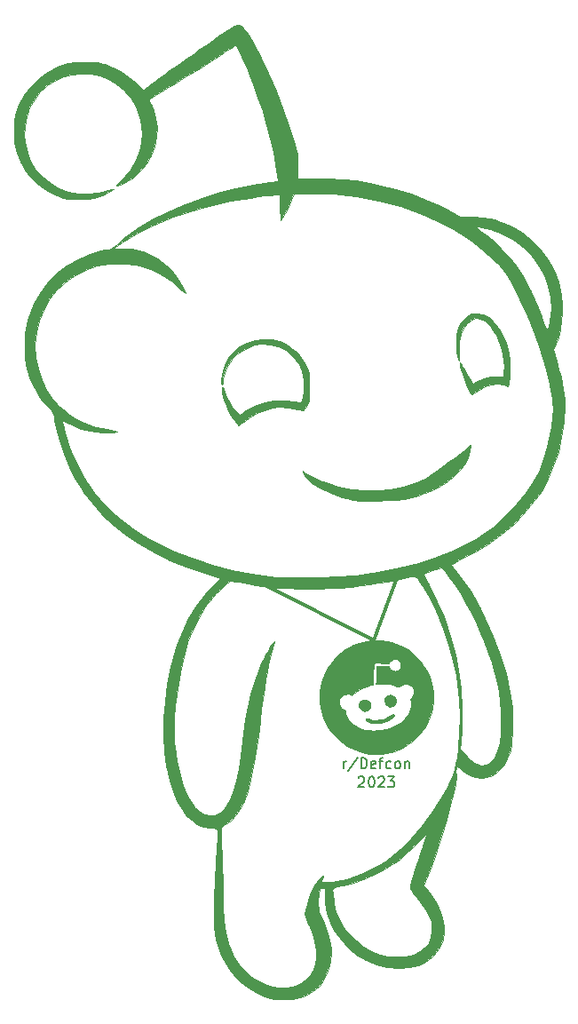
<source format=gbr>
G04 #@! TF.GenerationSoftware,KiCad,Pcbnew,6.0.6-3a73a75311~116~ubuntu21.10.1*
G04 #@! TF.CreationDate,2023-05-20T20:22:18-06:00*
G04 #@! TF.ProjectId,reddit,72656464-6974-42e6-9b69-6361645f7063,rev?*
G04 #@! TF.SameCoordinates,Original*
G04 #@! TF.FileFunction,Legend,Top*
G04 #@! TF.FilePolarity,Positive*
%FSLAX46Y46*%
G04 Gerber Fmt 4.6, Leading zero omitted, Abs format (unit mm)*
G04 Created by KiCad (PCBNEW 6.0.6-3a73a75311~116~ubuntu21.10.1) date 2023-05-20 20:22:18*
%MOMM*%
%LPD*%
G01*
G04 APERTURE LIST*
%ADD10C,0.300000*%
%ADD11C,0.150000*%
%ADD12C,0.010000*%
G04 APERTURE END LIST*
D10*
X139115800Y-106070400D02*
X149580600Y-111455200D01*
X149606000Y-111404400D02*
X151892000Y-105232200D01*
D11*
X148145714Y-124515619D02*
X148193333Y-124468000D01*
X148288571Y-124420380D01*
X148526666Y-124420380D01*
X148621904Y-124468000D01*
X148669523Y-124515619D01*
X148717142Y-124610857D01*
X148717142Y-124706095D01*
X148669523Y-124848952D01*
X148098095Y-125420380D01*
X148717142Y-125420380D01*
X149336190Y-124420380D02*
X149431428Y-124420380D01*
X149526666Y-124468000D01*
X149574285Y-124515619D01*
X149621904Y-124610857D01*
X149669523Y-124801333D01*
X149669523Y-125039428D01*
X149621904Y-125229904D01*
X149574285Y-125325142D01*
X149526666Y-125372761D01*
X149431428Y-125420380D01*
X149336190Y-125420380D01*
X149240952Y-125372761D01*
X149193333Y-125325142D01*
X149145714Y-125229904D01*
X149098095Y-125039428D01*
X149098095Y-124801333D01*
X149145714Y-124610857D01*
X149193333Y-124515619D01*
X149240952Y-124468000D01*
X149336190Y-124420380D01*
X150050476Y-124515619D02*
X150098095Y-124468000D01*
X150193333Y-124420380D01*
X150431428Y-124420380D01*
X150526666Y-124468000D01*
X150574285Y-124515619D01*
X150621904Y-124610857D01*
X150621904Y-124706095D01*
X150574285Y-124848952D01*
X150002857Y-125420380D01*
X150621904Y-125420380D01*
X150955238Y-124420380D02*
X151574285Y-124420380D01*
X151240952Y-124801333D01*
X151383809Y-124801333D01*
X151479047Y-124848952D01*
X151526666Y-124896571D01*
X151574285Y-124991809D01*
X151574285Y-125229904D01*
X151526666Y-125325142D01*
X151479047Y-125372761D01*
X151383809Y-125420380D01*
X151098095Y-125420380D01*
X151002857Y-125372761D01*
X150955238Y-125325142D01*
X146717142Y-123642380D02*
X146717142Y-122975714D01*
X146717142Y-123166190D02*
X146764761Y-123070952D01*
X146812380Y-123023333D01*
X146907619Y-122975714D01*
X147002857Y-122975714D01*
X148050476Y-122594761D02*
X147193333Y-123880476D01*
X148383809Y-123642380D02*
X148383809Y-122642380D01*
X148621904Y-122642380D01*
X148764761Y-122690000D01*
X148860000Y-122785238D01*
X148907619Y-122880476D01*
X148955238Y-123070952D01*
X148955238Y-123213809D01*
X148907619Y-123404285D01*
X148860000Y-123499523D01*
X148764761Y-123594761D01*
X148621904Y-123642380D01*
X148383809Y-123642380D01*
X149764761Y-123594761D02*
X149669523Y-123642380D01*
X149479047Y-123642380D01*
X149383809Y-123594761D01*
X149336190Y-123499523D01*
X149336190Y-123118571D01*
X149383809Y-123023333D01*
X149479047Y-122975714D01*
X149669523Y-122975714D01*
X149764761Y-123023333D01*
X149812380Y-123118571D01*
X149812380Y-123213809D01*
X149336190Y-123309047D01*
X150098095Y-122975714D02*
X150479047Y-122975714D01*
X150240952Y-123642380D02*
X150240952Y-122785238D01*
X150288571Y-122690000D01*
X150383809Y-122642380D01*
X150479047Y-122642380D01*
X151240952Y-123594761D02*
X151145714Y-123642380D01*
X150955238Y-123642380D01*
X150860000Y-123594761D01*
X150812380Y-123547142D01*
X150764761Y-123451904D01*
X150764761Y-123166190D01*
X150812380Y-123070952D01*
X150860000Y-123023333D01*
X150955238Y-122975714D01*
X151145714Y-122975714D01*
X151240952Y-123023333D01*
X151812380Y-123642380D02*
X151717142Y-123594761D01*
X151669523Y-123547142D01*
X151621904Y-123451904D01*
X151621904Y-123166190D01*
X151669523Y-123070952D01*
X151717142Y-123023333D01*
X151812380Y-122975714D01*
X151955238Y-122975714D01*
X152050476Y-123023333D01*
X152098095Y-123070952D01*
X152145714Y-123166190D01*
X152145714Y-123451904D01*
X152098095Y-123547142D01*
X152050476Y-123594761D01*
X151955238Y-123642380D01*
X151812380Y-123642380D01*
X152574285Y-122975714D02*
X152574285Y-123642380D01*
X152574285Y-123070952D02*
X152621904Y-123023333D01*
X152717142Y-122975714D01*
X152860000Y-122975714D01*
X152955238Y-123023333D01*
X153002857Y-123118571D01*
X153002857Y-123642380D01*
G36*
X159951718Y-80318564D02*
G01*
X160238601Y-80430376D01*
X160680122Y-80724807D01*
X161117420Y-81165161D01*
X161530593Y-81721669D01*
X161899739Y-82364564D01*
X162204956Y-83064079D01*
X162391196Y-83650016D01*
X162479694Y-84096787D01*
X162542366Y-84637830D01*
X162577764Y-85222719D01*
X162584441Y-85801026D01*
X162560947Y-86322323D01*
X162505834Y-86736184D01*
X162482619Y-86832931D01*
X162380025Y-87201793D01*
X161975767Y-87064049D01*
X161406098Y-86954560D01*
X160809349Y-87008006D01*
X160178044Y-87226234D01*
X159504705Y-87611090D01*
X159362748Y-87709348D01*
X159126138Y-87870082D01*
X158946817Y-87978058D01*
X158877678Y-88006823D01*
X158820696Y-87929862D01*
X158713669Y-87720558D01*
X158571700Y-87410487D01*
X158409894Y-87031222D01*
X158403048Y-87014635D01*
X158208993Y-86515420D01*
X158044644Y-86037981D01*
X157918130Y-85611833D01*
X157837582Y-85266487D01*
X157811128Y-85031456D01*
X157832735Y-84944228D01*
X157893127Y-84984917D01*
X157985563Y-85146951D01*
X158025837Y-85237854D01*
X158126348Y-85436548D01*
X158297838Y-85733931D01*
X158511332Y-86083359D01*
X158737857Y-86438185D01*
X158948439Y-86751762D01*
X159075870Y-86928377D01*
X159155596Y-86903157D01*
X159340098Y-86813103D01*
X159481832Y-86736963D01*
X160105092Y-86460810D01*
X160749339Y-86298116D01*
X161356200Y-86262975D01*
X161423940Y-86268017D01*
X161932156Y-86314100D01*
X161995473Y-85815821D01*
X162016632Y-85320271D01*
X161977425Y-84724185D01*
X161885674Y-84089704D01*
X161749201Y-83478966D01*
X161666295Y-83200875D01*
X161491252Y-82769902D01*
X161249094Y-82307278D01*
X160968133Y-81856518D01*
X160676680Y-81461134D01*
X160403048Y-81164639D01*
X160274970Y-81062497D01*
X159981283Y-80899713D01*
X159668348Y-80771064D01*
X159641450Y-80762671D01*
X159420339Y-80713043D01*
X159229773Y-80728719D01*
X158992694Y-80820986D01*
X158884239Y-80873575D01*
X158472870Y-81174681D01*
X158147012Y-81621058D01*
X157910742Y-82201510D01*
X157768136Y-82904843D01*
X157723269Y-83719862D01*
X157731840Y-84038722D01*
X157748727Y-84422659D01*
X157752899Y-84650968D01*
X157740515Y-84744187D01*
X157707735Y-84722855D01*
X157650719Y-84607509D01*
X157632900Y-84567889D01*
X157556918Y-84289460D01*
X157507292Y-83885166D01*
X157483749Y-83403507D01*
X157486016Y-82892986D01*
X157513821Y-82402104D01*
X157566891Y-81979363D01*
X157644953Y-81673264D01*
X157649233Y-81662558D01*
X157905995Y-81151544D01*
X158223842Y-80757056D01*
X158527878Y-80503102D01*
X158951769Y-80299962D01*
X159440793Y-80237837D01*
X159951718Y-80318564D01*
G37*
D12*
X159951718Y-80318564D02*
X160238601Y-80430376D01*
X160680122Y-80724807D01*
X161117420Y-81165161D01*
X161530593Y-81721669D01*
X161899739Y-82364564D01*
X162204956Y-83064079D01*
X162391196Y-83650016D01*
X162479694Y-84096787D01*
X162542366Y-84637830D01*
X162577764Y-85222719D01*
X162584441Y-85801026D01*
X162560947Y-86322323D01*
X162505834Y-86736184D01*
X162482619Y-86832931D01*
X162380025Y-87201793D01*
X161975767Y-87064049D01*
X161406098Y-86954560D01*
X160809349Y-87008006D01*
X160178044Y-87226234D01*
X159504705Y-87611090D01*
X159362748Y-87709348D01*
X159126138Y-87870082D01*
X158946817Y-87978058D01*
X158877678Y-88006823D01*
X158820696Y-87929862D01*
X158713669Y-87720558D01*
X158571700Y-87410487D01*
X158409894Y-87031222D01*
X158403048Y-87014635D01*
X158208993Y-86515420D01*
X158044644Y-86037981D01*
X157918130Y-85611833D01*
X157837582Y-85266487D01*
X157811128Y-85031456D01*
X157832735Y-84944228D01*
X157893127Y-84984917D01*
X157985563Y-85146951D01*
X158025837Y-85237854D01*
X158126348Y-85436548D01*
X158297838Y-85733931D01*
X158511332Y-86083359D01*
X158737857Y-86438185D01*
X158948439Y-86751762D01*
X159075870Y-86928377D01*
X159155596Y-86903157D01*
X159340098Y-86813103D01*
X159481832Y-86736963D01*
X160105092Y-86460810D01*
X160749339Y-86298116D01*
X161356200Y-86262975D01*
X161423940Y-86268017D01*
X161932156Y-86314100D01*
X161995473Y-85815821D01*
X162016632Y-85320271D01*
X161977425Y-84724185D01*
X161885674Y-84089704D01*
X161749201Y-83478966D01*
X161666295Y-83200875D01*
X161491252Y-82769902D01*
X161249094Y-82307278D01*
X160968133Y-81856518D01*
X160676680Y-81461134D01*
X160403048Y-81164639D01*
X160274970Y-81062497D01*
X159981283Y-80899713D01*
X159668348Y-80771064D01*
X159641450Y-80762671D01*
X159420339Y-80713043D01*
X159229773Y-80728719D01*
X158992694Y-80820986D01*
X158884239Y-80873575D01*
X158472870Y-81174681D01*
X158147012Y-81621058D01*
X157910742Y-82201510D01*
X157768136Y-82904843D01*
X157723269Y-83719862D01*
X157731840Y-84038722D01*
X157748727Y-84422659D01*
X157752899Y-84650968D01*
X157740515Y-84744187D01*
X157707735Y-84722855D01*
X157650719Y-84607509D01*
X157632900Y-84567889D01*
X157556918Y-84289460D01*
X157507292Y-83885166D01*
X157483749Y-83403507D01*
X157486016Y-82892986D01*
X157513821Y-82402104D01*
X157566891Y-81979363D01*
X157644953Y-81673264D01*
X157649233Y-81662558D01*
X157905995Y-81151544D01*
X158223842Y-80757056D01*
X158527878Y-80503102D01*
X158951769Y-80299962D01*
X159440793Y-80237837D01*
X159951718Y-80318564D01*
G36*
X139837682Y-82735793D02*
G01*
X140611158Y-82923144D01*
X141347302Y-83258902D01*
X141762151Y-83533861D01*
X142231548Y-83930080D01*
X142609476Y-84357537D01*
X142939141Y-84870506D01*
X143147018Y-85273444D01*
X143465903Y-85934903D01*
X143465903Y-87213722D01*
X143464230Y-87719081D01*
X143455776Y-88085185D01*
X143435389Y-88349160D01*
X143397917Y-88548132D01*
X143338207Y-88719226D01*
X143251107Y-88899571D01*
X143225046Y-88949321D01*
X143080304Y-89205740D01*
X142956279Y-89394216D01*
X142896271Y-89460436D01*
X142768684Y-89467104D01*
X142534139Y-89426390D01*
X142343379Y-89376069D01*
X141486677Y-89206728D01*
X140583547Y-89187554D01*
X139917273Y-89270772D01*
X139176011Y-89465055D01*
X138454924Y-89770563D01*
X137712623Y-90206288D01*
X137384056Y-90433063D01*
X137088307Y-90642817D01*
X136850515Y-90806884D01*
X136703876Y-90902595D01*
X136674028Y-90917889D01*
X136610459Y-90851425D01*
X136472641Y-90675183D01*
X136287479Y-90423891D01*
X136239702Y-90357277D01*
X135839855Y-89730308D01*
X135515767Y-89087753D01*
X135291300Y-88480323D01*
X135221549Y-88193490D01*
X135157225Y-87786142D01*
X135134689Y-87478307D01*
X135153985Y-87293495D01*
X135215160Y-87255217D01*
X135219723Y-87257819D01*
X135290778Y-87380743D01*
X135307987Y-87505559D01*
X135352247Y-87730272D01*
X135472222Y-88033833D01*
X135648888Y-88386681D01*
X135863225Y-88759255D01*
X136096210Y-89121992D01*
X136328821Y-89445332D01*
X136542038Y-89699712D01*
X136716838Y-89855570D01*
X136834199Y-89883346D01*
X136836938Y-89881696D01*
X136960556Y-89801261D01*
X137181573Y-89656949D01*
X137424584Y-89498031D01*
X138264896Y-89048597D01*
X139185904Y-88735232D01*
X140152108Y-88563096D01*
X141128010Y-88537348D01*
X142078111Y-88663146D01*
X142469130Y-88764890D01*
X142626005Y-88729948D01*
X142760955Y-88535910D01*
X142867648Y-88199378D01*
X142939755Y-87736954D01*
X142960100Y-87477303D01*
X142941527Y-86593241D01*
X142776894Y-85803055D01*
X142462651Y-85096681D01*
X141995245Y-84464052D01*
X141840219Y-84302493D01*
X141196787Y-83781306D01*
X140491066Y-83416365D01*
X139743678Y-83208226D01*
X138975244Y-83157447D01*
X138206385Y-83264585D01*
X137457724Y-83530197D01*
X136749881Y-83954840D01*
X136495788Y-84158109D01*
X136174248Y-84501406D01*
X135863960Y-84949004D01*
X135589504Y-85452073D01*
X135375458Y-85961786D01*
X135246404Y-86429314D01*
X135219723Y-86693040D01*
X135187692Y-86893994D01*
X135121549Y-86999404D01*
X135070937Y-86978878D01*
X135058377Y-86819489D01*
X135082588Y-86504419D01*
X135083324Y-86497491D01*
X135195489Y-85790241D01*
X135378205Y-85192998D01*
X135650744Y-84646997D01*
X135733941Y-84513521D01*
X136236001Y-83890945D01*
X136842274Y-83393773D01*
X137529170Y-83025838D01*
X138273097Y-82790974D01*
X139050465Y-82693014D01*
X139837682Y-82735793D01*
G37*
X139837682Y-82735793D02*
X140611158Y-82923144D01*
X141347302Y-83258902D01*
X141762151Y-83533861D01*
X142231548Y-83930080D01*
X142609476Y-84357537D01*
X142939141Y-84870506D01*
X143147018Y-85273444D01*
X143465903Y-85934903D01*
X143465903Y-87213722D01*
X143464230Y-87719081D01*
X143455776Y-88085185D01*
X143435389Y-88349160D01*
X143397917Y-88548132D01*
X143338207Y-88719226D01*
X143251107Y-88899571D01*
X143225046Y-88949321D01*
X143080304Y-89205740D01*
X142956279Y-89394216D01*
X142896271Y-89460436D01*
X142768684Y-89467104D01*
X142534139Y-89426390D01*
X142343379Y-89376069D01*
X141486677Y-89206728D01*
X140583547Y-89187554D01*
X139917273Y-89270772D01*
X139176011Y-89465055D01*
X138454924Y-89770563D01*
X137712623Y-90206288D01*
X137384056Y-90433063D01*
X137088307Y-90642817D01*
X136850515Y-90806884D01*
X136703876Y-90902595D01*
X136674028Y-90917889D01*
X136610459Y-90851425D01*
X136472641Y-90675183D01*
X136287479Y-90423891D01*
X136239702Y-90357277D01*
X135839855Y-89730308D01*
X135515767Y-89087753D01*
X135291300Y-88480323D01*
X135221549Y-88193490D01*
X135157225Y-87786142D01*
X135134689Y-87478307D01*
X135153985Y-87293495D01*
X135215160Y-87255217D01*
X135219723Y-87257819D01*
X135290778Y-87380743D01*
X135307987Y-87505559D01*
X135352247Y-87730272D01*
X135472222Y-88033833D01*
X135648888Y-88386681D01*
X135863225Y-88759255D01*
X136096210Y-89121992D01*
X136328821Y-89445332D01*
X136542038Y-89699712D01*
X136716838Y-89855570D01*
X136834199Y-89883346D01*
X136836938Y-89881696D01*
X136960556Y-89801261D01*
X137181573Y-89656949D01*
X137424584Y-89498031D01*
X138264896Y-89048597D01*
X139185904Y-88735232D01*
X140152108Y-88563096D01*
X141128010Y-88537348D01*
X142078111Y-88663146D01*
X142469130Y-88764890D01*
X142626005Y-88729948D01*
X142760955Y-88535910D01*
X142867648Y-88199378D01*
X142939755Y-87736954D01*
X142960100Y-87477303D01*
X142941527Y-86593241D01*
X142776894Y-85803055D01*
X142462651Y-85096681D01*
X141995245Y-84464052D01*
X141840219Y-84302493D01*
X141196787Y-83781306D01*
X140491066Y-83416365D01*
X139743678Y-83208226D01*
X138975244Y-83157447D01*
X138206385Y-83264585D01*
X137457724Y-83530197D01*
X136749881Y-83954840D01*
X136495788Y-84158109D01*
X136174248Y-84501406D01*
X135863960Y-84949004D01*
X135589504Y-85452073D01*
X135375458Y-85961786D01*
X135246404Y-86429314D01*
X135219723Y-86693040D01*
X135187692Y-86893994D01*
X135121549Y-86999404D01*
X135070937Y-86978878D01*
X135058377Y-86819489D01*
X135082588Y-86504419D01*
X135083324Y-86497491D01*
X135195489Y-85790241D01*
X135378205Y-85192998D01*
X135650744Y-84646997D01*
X135733941Y-84513521D01*
X136236001Y-83890945D01*
X136842274Y-83393773D01*
X137529170Y-83025838D01*
X138273097Y-82790974D01*
X139050465Y-82693014D01*
X139837682Y-82735793D01*
G36*
X144669282Y-135015111D02*
G01*
X144535292Y-135023526D01*
X144455127Y-135074744D01*
X144408626Y-135207723D01*
X144375632Y-135461420D01*
X144361228Y-135610423D01*
X144313969Y-136175339D01*
X144298698Y-136613075D01*
X144322617Y-136971091D01*
X144392930Y-137296844D01*
X144516837Y-137637795D01*
X144701543Y-138041402D01*
X144743169Y-138127170D01*
X145147396Y-139069333D01*
X145406415Y-139948987D01*
X145527243Y-140792729D01*
X145538473Y-141140203D01*
X145464191Y-142082120D01*
X145245869Y-142935697D01*
X144890292Y-143691812D01*
X144404244Y-144341344D01*
X143794509Y-144875171D01*
X143067872Y-145284171D01*
X142256006Y-145553419D01*
X141831338Y-145622688D01*
X141312500Y-145662997D01*
X140778155Y-145671623D01*
X140306965Y-145645839D01*
X140158612Y-145626086D01*
X139712198Y-145519744D01*
X139181545Y-145343480D01*
X138631743Y-145121255D01*
X138136548Y-144881687D01*
X137247854Y-144306068D01*
X136457499Y-143587633D01*
X135773431Y-142735031D01*
X135203601Y-141756916D01*
X135135937Y-141615894D01*
X134870696Y-141015186D01*
X134674549Y-140475701D01*
X134536428Y-139947590D01*
X134445261Y-139381005D01*
X134389979Y-138726096D01*
X134365379Y-138146014D01*
X134359125Y-137665016D01*
X134364143Y-137048904D01*
X134379087Y-136328661D01*
X134402610Y-135535270D01*
X134433367Y-134699714D01*
X134470011Y-133852977D01*
X134511196Y-133026041D01*
X134555576Y-132249889D01*
X134601805Y-131555505D01*
X134648537Y-130973871D01*
X134694425Y-130535972D01*
X134696830Y-130517194D01*
X134744502Y-130024828D01*
X134738771Y-129685932D01*
X134704829Y-129536723D01*
X134647589Y-129420079D01*
X134559296Y-129347646D01*
X134398733Y-129305154D01*
X134124683Y-129278334D01*
X133922113Y-129265756D01*
X133351031Y-129188757D01*
X132851808Y-129015525D01*
X132383384Y-128724913D01*
X131904698Y-128295775D01*
X131774006Y-128159448D01*
X131284790Y-127531170D01*
X130840668Y-126746206D01*
X130448029Y-125819960D01*
X130113262Y-124767834D01*
X129842755Y-123605232D01*
X129807249Y-123417542D01*
X129612933Y-121995451D01*
X129527258Y-120469700D01*
X129528784Y-120349256D01*
X130555628Y-120349256D01*
X130594543Y-121131532D01*
X130637810Y-121622259D01*
X130800292Y-122845391D01*
X131028707Y-123978689D01*
X131317671Y-125005804D01*
X131661804Y-125910387D01*
X132055722Y-126676089D01*
X132494045Y-127286561D01*
X132507352Y-127301769D01*
X132949230Y-127705819D01*
X133433247Y-127977709D01*
X133930967Y-128108932D01*
X134413957Y-128090984D01*
X134752006Y-127973200D01*
X135174878Y-127663376D01*
X135563055Y-127186544D01*
X135914234Y-126549083D01*
X136226117Y-125757374D01*
X136496403Y-124817797D01*
X136722793Y-123736730D01*
X136902986Y-122520555D01*
X136982564Y-121785944D01*
X137145051Y-120303155D01*
X137338830Y-118963741D01*
X137570928Y-117736366D01*
X137848371Y-116589694D01*
X138178184Y-115492390D01*
X138567393Y-114413116D01*
X138722633Y-114024833D01*
X138884435Y-113654291D01*
X139080240Y-113243240D01*
X139294746Y-112819489D01*
X139512653Y-112410847D01*
X139718662Y-112045122D01*
X139897471Y-111750123D01*
X140033781Y-111553660D01*
X140112291Y-111483541D01*
X140119181Y-111486560D01*
X140107531Y-111576643D01*
X140055740Y-111800132D01*
X139972635Y-112120978D01*
X139891134Y-112417839D01*
X139725194Y-113040065D01*
X139571293Y-113686916D01*
X139426348Y-114377281D01*
X139287275Y-115130044D01*
X139150989Y-115964093D01*
X139014407Y-116898315D01*
X138874444Y-117951596D01*
X138728016Y-119142823D01*
X138572040Y-120490883D01*
X138570207Y-120507125D01*
X138367409Y-122082848D01*
X138133072Y-123489022D01*
X137865599Y-124729928D01*
X137563396Y-125809846D01*
X137224869Y-126733054D01*
X136848422Y-127503834D01*
X136432461Y-128126465D01*
X135975390Y-128605227D01*
X135475616Y-128944400D01*
X135415004Y-128974808D01*
X135188869Y-129108153D01*
X135042634Y-129238985D01*
X135019055Y-129282472D01*
X135014041Y-129404085D01*
X135017820Y-129676340D01*
X135029547Y-130073753D01*
X135048375Y-130570838D01*
X135073457Y-131142114D01*
X135096658Y-131619625D01*
X135130654Y-132376313D01*
X135161041Y-133213190D01*
X135186092Y-134069596D01*
X135204079Y-134884872D01*
X135213274Y-135598357D01*
X135213954Y-135738198D01*
X135232868Y-136902394D01*
X135285820Y-137915723D01*
X135378408Y-138801403D01*
X135516229Y-139582646D01*
X135704881Y-140282669D01*
X135949959Y-140924687D01*
X136257063Y-141531914D01*
X136631787Y-142127566D01*
X136817525Y-142389229D01*
X137325585Y-142961017D01*
X137960878Y-143485237D01*
X138674975Y-143930296D01*
X139419446Y-144264600D01*
X139919474Y-144412803D01*
X140527990Y-144494722D01*
X141192622Y-144490553D01*
X141836900Y-144404735D01*
X142301648Y-144274586D01*
X142647428Y-144107076D01*
X143013984Y-143871738D01*
X143229174Y-143700119D01*
X143600569Y-143301479D01*
X143859454Y-142858563D01*
X144021580Y-142333228D01*
X144102702Y-141687331D01*
X144109271Y-141569101D01*
X144118062Y-141206718D01*
X144102478Y-140873515D01*
X144055022Y-140537995D01*
X143968199Y-140168664D01*
X143834512Y-139734023D01*
X143646465Y-139202576D01*
X143396563Y-138542827D01*
X143376939Y-138492007D01*
X142991890Y-137495737D01*
X143240006Y-136586153D01*
X143458090Y-135856234D01*
X143678268Y-135271818D01*
X143914595Y-134802425D01*
X144181129Y-134417576D01*
X144307329Y-134271791D01*
X144556227Y-134019502D01*
X144717283Y-133894520D01*
X144783329Y-133899436D01*
X144747198Y-134036842D01*
X144702890Y-134128787D01*
X144610813Y-134320053D01*
X144568618Y-134433761D01*
X144568334Y-134437467D01*
X144649048Y-134484502D01*
X144870864Y-134495155D01*
X145203293Y-134473905D01*
X145615846Y-134425232D01*
X146078034Y-134353615D01*
X146559369Y-134263532D01*
X147029360Y-134159462D01*
X147457519Y-134045885D01*
X147655139Y-133984008D01*
X148178097Y-133782074D01*
X148792304Y-133502434D01*
X149446878Y-133171844D01*
X150090935Y-132817056D01*
X150673594Y-132464824D01*
X151108980Y-132168018D01*
X152161740Y-131300650D01*
X153193631Y-130276232D01*
X154189046Y-129114023D01*
X155132378Y-127833283D01*
X156008023Y-126453272D01*
X156591524Y-125401917D01*
X156875561Y-124830735D01*
X157099761Y-124304588D01*
X157275950Y-123781291D01*
X157415958Y-123218657D01*
X157531610Y-122574503D01*
X157634735Y-121806643D01*
X157659795Y-121591724D01*
X157766428Y-120192243D01*
X157783833Y-118688921D01*
X157713535Y-117129170D01*
X157557058Y-115560401D01*
X157439396Y-114739557D01*
X157159135Y-113348629D01*
X156753143Y-111879903D01*
X156232710Y-110366661D01*
X155609121Y-108842188D01*
X155003004Y-107555641D01*
X154779750Y-107133068D01*
X154530076Y-106697754D01*
X154272116Y-106277246D01*
X154024004Y-105899092D01*
X153803877Y-105590841D01*
X153629867Y-105380038D01*
X153520111Y-105294233D01*
X153513887Y-105293583D01*
X153387526Y-105311414D01*
X153127404Y-105359910D01*
X152771974Y-105431576D01*
X152376740Y-105515227D01*
X151704760Y-105651315D01*
X150909235Y-105797611D01*
X150042024Y-105945744D01*
X149154991Y-106087343D01*
X148299997Y-106214036D01*
X147528903Y-106317453D01*
X147081876Y-106369894D01*
X146633317Y-106406283D01*
X146033930Y-106436185D01*
X145309180Y-106458862D01*
X144484532Y-106473579D01*
X143585454Y-106479598D01*
X143289514Y-106479573D01*
X142341073Y-106474578D01*
X141532464Y-106460983D01*
X140827212Y-106435625D01*
X140188845Y-106395344D01*
X139580889Y-106336979D01*
X138966870Y-106257371D01*
X138310315Y-106153357D01*
X137574750Y-106021777D01*
X137206817Y-105952458D01*
X136767522Y-105870888D01*
X136381912Y-105803220D01*
X136087759Y-105755804D01*
X135922833Y-105734992D01*
X135910891Y-105734555D01*
X135773457Y-105798866D01*
X135547668Y-105975751D01*
X135256707Y-106241141D01*
X134923761Y-106570966D01*
X134572015Y-106941158D01*
X134224654Y-107327647D01*
X133904863Y-107706363D01*
X133635828Y-108053237D01*
X133524214Y-108212247D01*
X132887535Y-109264269D01*
X132334275Y-110397956D01*
X131860134Y-111627618D01*
X131460811Y-112967564D01*
X131132006Y-114432103D01*
X130869418Y-116035543D01*
X130679615Y-117677019D01*
X130597632Y-118672243D01*
X130556480Y-119546241D01*
X130555628Y-120349256D01*
X129528784Y-120349256D01*
X129547486Y-118873402D01*
X129670878Y-117239673D01*
X129894693Y-115601625D01*
X130216194Y-113992373D01*
X130632641Y-112445032D01*
X130743831Y-112094452D01*
X131285846Y-110641806D01*
X131919519Y-109328480D01*
X132654994Y-108137372D01*
X133502415Y-107051377D01*
X134134799Y-106377096D01*
X135041340Y-105476234D01*
X134667510Y-105379509D01*
X133144697Y-104934113D01*
X131628067Y-104391844D01*
X130142669Y-103765612D01*
X128713551Y-103068326D01*
X127365763Y-102312898D01*
X126124354Y-101512236D01*
X125014373Y-100679253D01*
X124251237Y-100010950D01*
X123886789Y-99643762D01*
X123458361Y-99176738D01*
X123003196Y-98653762D01*
X122558534Y-98118718D01*
X122161618Y-97615490D01*
X121849689Y-97187962D01*
X121826058Y-97153218D01*
X121162454Y-96068668D01*
X120560348Y-94885053D01*
X120037114Y-93646218D01*
X119610125Y-92396006D01*
X119296755Y-91178261D01*
X119163571Y-90434268D01*
X119108053Y-90084105D01*
X119044060Y-89839362D01*
X118942081Y-89639890D01*
X118772610Y-89425537D01*
X118549439Y-89182421D01*
X118137606Y-88719230D01*
X117802683Y-88281571D01*
X117505922Y-87811817D01*
X117208573Y-87252336D01*
X117093709Y-87017419D01*
X116793346Y-86345893D01*
X116575542Y-85732811D01*
X116429130Y-85126203D01*
X116342945Y-84474097D01*
X116305821Y-83724522D01*
X116302144Y-83333167D01*
X117289081Y-83333167D01*
X117359742Y-84422441D01*
X117574678Y-85500178D01*
X117922296Y-86538286D01*
X118391001Y-87508673D01*
X118969198Y-88383248D01*
X119645293Y-89133919D01*
X119706877Y-89191087D01*
X120477770Y-89827358D01*
X121277688Y-90342202D01*
X122142047Y-90752672D01*
X123106262Y-91075818D01*
X124107223Y-91309716D01*
X125121459Y-91508224D01*
X124688085Y-91578015D01*
X124244006Y-91612520D01*
X123690701Y-91600228D01*
X123087593Y-91546013D01*
X122494105Y-91454755D01*
X122090711Y-91364846D01*
X121706388Y-91243589D01*
X121248172Y-91068591D01*
X120796589Y-90871354D01*
X120657551Y-90804168D01*
X120328701Y-90646705D01*
X120067787Y-90534118D01*
X119907944Y-90479974D01*
X119873889Y-90483328D01*
X119894781Y-90591391D01*
X119951686Y-90834260D01*
X120035950Y-91176100D01*
X120138919Y-91581077D01*
X120140480Y-91587134D01*
X120639653Y-93181380D01*
X121293384Y-94697645D01*
X122096849Y-96126296D01*
X123045223Y-97457702D01*
X123140885Y-97576569D01*
X123602622Y-98105293D01*
X124166465Y-98689792D01*
X124788589Y-99288947D01*
X125425173Y-99861636D01*
X126032393Y-100366737D01*
X126451746Y-100683292D01*
X127759636Y-101528758D01*
X129213337Y-102313691D01*
X130790387Y-103030449D01*
X132468323Y-103671392D01*
X134224685Y-104228877D01*
X136037010Y-104695266D01*
X137882837Y-105062915D01*
X139739705Y-105324184D01*
X140246806Y-105376134D01*
X140788516Y-105412315D01*
X141471660Y-105434917D01*
X142261866Y-105444659D01*
X143124758Y-105442260D01*
X144025964Y-105428437D01*
X144931109Y-105403909D01*
X145805820Y-105369395D01*
X146615723Y-105325614D01*
X147326444Y-105273283D01*
X147875626Y-105216659D01*
X148907040Y-105065401D01*
X154292118Y-105065401D01*
X154323839Y-105146290D01*
X154427777Y-105348091D01*
X154587207Y-105639393D01*
X154763959Y-105951506D01*
X155567153Y-107501702D01*
X156273744Y-109179826D01*
X156875823Y-110961336D01*
X157365483Y-112821693D01*
X157734816Y-114736357D01*
X157848682Y-115524139D01*
X157898188Y-116013765D01*
X157937768Y-116625198D01*
X157967020Y-117320727D01*
X157985543Y-118062641D01*
X157992937Y-118813229D01*
X157988799Y-119534780D01*
X157972729Y-120189583D01*
X157944326Y-120739927D01*
X157908140Y-121112873D01*
X157826519Y-121718622D01*
X158152406Y-122130900D01*
X158666800Y-122691709D01*
X159195936Y-123087497D01*
X159429098Y-123208755D01*
X159736319Y-123330489D01*
X159973499Y-123361816D01*
X160219979Y-123306132D01*
X160366417Y-123248854D01*
X160770674Y-122986012D01*
X161113214Y-122561266D01*
X161395128Y-121972981D01*
X161555600Y-121468146D01*
X161615936Y-121210842D01*
X161659739Y-120933588D01*
X161689252Y-120603630D01*
X161706719Y-120188216D01*
X161714382Y-119654591D01*
X161715007Y-119140111D01*
X161693872Y-118158527D01*
X161630754Y-117235948D01*
X161519086Y-116342513D01*
X161352303Y-115448362D01*
X161123840Y-114523634D01*
X160827128Y-113538467D01*
X160455604Y-112463002D01*
X160002700Y-111267377D01*
X159959950Y-111158514D01*
X159504071Y-110075662D01*
X158994756Y-108998787D01*
X158448505Y-107956766D01*
X157881821Y-106978471D01*
X157311206Y-106092778D01*
X156753162Y-105328560D01*
X156361617Y-104862218D01*
X156028165Y-104493296D01*
X155171911Y-104767579D01*
X154812254Y-104884257D01*
X154522135Y-104981157D01*
X154338140Y-105045894D01*
X154292118Y-105065401D01*
X148907040Y-105065401D01*
X150034390Y-104900074D01*
X152038668Y-104507890D01*
X153894146Y-104038383D01*
X155606513Y-103489830D01*
X157181453Y-102860507D01*
X158624655Y-102148692D01*
X159319219Y-101748848D01*
X159926966Y-101369454D01*
X160446114Y-101016575D01*
X160919993Y-100655864D01*
X161391935Y-100252973D01*
X161905271Y-99773553D01*
X162301857Y-99384555D01*
X163271578Y-98358922D01*
X164087468Y-97354872D01*
X164765027Y-96344596D01*
X165319758Y-95300287D01*
X165767161Y-94194134D01*
X166122738Y-92998330D01*
X166302187Y-92208007D01*
X166498563Y-91135012D01*
X166620232Y-90196765D01*
X166669213Y-89369186D01*
X166647521Y-88628197D01*
X166622995Y-88379644D01*
X166493070Y-87550379D01*
X166290213Y-86611508D01*
X166023700Y-85587700D01*
X165702803Y-84503624D01*
X165336798Y-83383948D01*
X164934959Y-82253341D01*
X164506560Y-81136471D01*
X164060875Y-80058005D01*
X163607180Y-79042614D01*
X163154748Y-78114964D01*
X162712854Y-77299725D01*
X162290772Y-76621564D01*
X162104145Y-76360208D01*
X161503531Y-75646119D01*
X160765096Y-74904171D01*
X159919515Y-74158679D01*
X158997461Y-73433958D01*
X158029611Y-72754324D01*
X157046639Y-72144092D01*
X156752788Y-71985126D01*
X159326560Y-71985126D01*
X159379249Y-72044766D01*
X159542937Y-72176806D01*
X159783285Y-72353694D01*
X159805486Y-72369445D01*
X160533114Y-72931099D01*
X161278937Y-73591349D01*
X162006115Y-74312185D01*
X162677812Y-75055594D01*
X163257190Y-75783566D01*
X163604637Y-76289664D01*
X163887424Y-76775753D01*
X164209558Y-77394673D01*
X164554971Y-78111796D01*
X164907597Y-78892494D01*
X165251369Y-79702140D01*
X165570219Y-80506105D01*
X165611197Y-80614225D01*
X165803776Y-81109512D01*
X165966766Y-81496945D01*
X166092505Y-81759910D01*
X166173329Y-81881794D01*
X166196077Y-81882301D01*
X166238587Y-81749403D01*
X166299370Y-81487476D01*
X166368433Y-81141600D01*
X166404712Y-80941173D01*
X166510363Y-79834726D01*
X166445757Y-78733203D01*
X166216671Y-77652723D01*
X165828881Y-76609406D01*
X165288164Y-75619372D01*
X164600296Y-74698741D01*
X163914623Y-73992331D01*
X163069682Y-73319386D01*
X162148654Y-72788621D01*
X161416564Y-72481144D01*
X161085054Y-72370682D01*
X160700399Y-72258605D01*
X160301003Y-72154028D01*
X159925269Y-72066065D01*
X159611602Y-72003830D01*
X159398405Y-71976437D01*
X159326560Y-71985126D01*
X156752788Y-71985126D01*
X156223830Y-71698974D01*
X154209126Y-70785304D01*
X152153723Y-70043237D01*
X150058648Y-69473003D01*
X147924922Y-69074835D01*
X145753571Y-68848965D01*
X143545617Y-68795625D01*
X143426076Y-68797646D01*
X141975137Y-68825180D01*
X141738222Y-69442542D01*
X141571628Y-69832264D01*
X141355239Y-70279274D01*
X141133640Y-70691847D01*
X141116591Y-70721361D01*
X140731875Y-71382819D01*
X140674452Y-70897750D01*
X140645544Y-70568363D01*
X140622249Y-70146702D01*
X140609070Y-69716879D01*
X140608306Y-69662392D01*
X140599584Y-68912104D01*
X140180660Y-68939589D01*
X139739451Y-68978143D01*
X139169287Y-69042180D01*
X138514730Y-69125484D01*
X137820343Y-69221839D01*
X137130689Y-69325030D01*
X136490329Y-69428843D01*
X135943826Y-69527060D01*
X135881181Y-69539254D01*
X134535900Y-69834902D01*
X133156981Y-70195422D01*
X131787382Y-70607146D01*
X130470066Y-71056404D01*
X129247991Y-71529527D01*
X128276657Y-71958936D01*
X127799520Y-72197494D01*
X127260449Y-72486898D01*
X126697095Y-72805003D01*
X126147108Y-73129661D01*
X125648139Y-73438727D01*
X125237839Y-73710053D01*
X124989167Y-73892669D01*
X124768681Y-74068828D01*
X125698242Y-74070789D01*
X126508723Y-74109587D01*
X127215839Y-74229998D01*
X127878127Y-74443624D01*
X128134919Y-74553800D01*
X128889090Y-74968889D01*
X129607966Y-75498150D01*
X130261504Y-76111230D01*
X130819663Y-76777775D01*
X131252399Y-77467431D01*
X131447209Y-77900404D01*
X131616434Y-78350180D01*
X131191168Y-77946307D01*
X130367323Y-77255674D01*
X129449457Y-76647641D01*
X128483973Y-76148802D01*
X127517274Y-75785751D01*
X127326320Y-75731358D01*
X126714153Y-75611625D01*
X125990553Y-75541055D01*
X125213504Y-75519697D01*
X124440986Y-75547601D01*
X123730980Y-75624818D01*
X123225278Y-75727831D01*
X122104063Y-76112978D01*
X121075428Y-76639225D01*
X120149175Y-77294018D01*
X119335102Y-78064802D01*
X118643010Y-78939021D01*
X118082697Y-79904122D01*
X117663964Y-80947547D01*
X117396610Y-82056743D01*
X117290434Y-83219155D01*
X117289081Y-83333167D01*
X116302144Y-83333167D01*
X116308258Y-82700138D01*
X116331807Y-82190064D01*
X116380394Y-81749785D01*
X116461626Y-81326139D01*
X116583108Y-80865966D01*
X116718513Y-80422750D01*
X117152078Y-79339404D01*
X117742831Y-78312798D01*
X118476258Y-77359270D01*
X119337849Y-76495159D01*
X120313091Y-75736803D01*
X121387470Y-75100540D01*
X121492678Y-75047774D01*
X121970837Y-74832046D01*
X122502825Y-74625587D01*
X123045929Y-74441834D01*
X123557438Y-74294222D01*
X123994642Y-74196190D01*
X124310940Y-74161167D01*
X124528076Y-74104085D01*
X124800662Y-73923296D01*
X125016495Y-73734951D01*
X126021374Y-72891936D01*
X127182244Y-72081634D01*
X128480499Y-71311689D01*
X129897532Y-70589745D01*
X131414737Y-69923446D01*
X133013507Y-69320436D01*
X134675235Y-68788357D01*
X136381315Y-68334855D01*
X138113141Y-67967572D01*
X139658973Y-67719679D01*
X140438153Y-67614213D01*
X140377754Y-67073169D01*
X140228962Y-66029501D01*
X140005706Y-64864104D01*
X139717265Y-63610492D01*
X139372915Y-62302180D01*
X138981933Y-60972682D01*
X138553598Y-59655512D01*
X138097186Y-58384185D01*
X137682539Y-57336809D01*
X137457819Y-56807493D01*
X137228191Y-56286314D01*
X137005500Y-55798154D01*
X136801589Y-55367895D01*
X136628302Y-55020417D01*
X136497483Y-54780603D01*
X136420975Y-54673333D01*
X136413092Y-54669972D01*
X136331499Y-54716517D01*
X136124067Y-54847077D01*
X135811863Y-55048038D01*
X135415957Y-55305787D01*
X134957415Y-55606708D01*
X134672236Y-55794885D01*
X134120935Y-56156410D01*
X133557726Y-56520496D01*
X133019727Y-56863523D01*
X132544059Y-57161869D01*
X132167840Y-57391913D01*
X132088820Y-57438843D01*
X131656766Y-57694770D01*
X131169759Y-57985992D01*
X130652834Y-58297251D01*
X130131028Y-58613287D01*
X129629373Y-58918840D01*
X129172906Y-59198651D01*
X128786661Y-59437461D01*
X128495673Y-59620009D01*
X128324977Y-59731037D01*
X128304493Y-59745492D01*
X128222294Y-59816717D01*
X128193598Y-59900439D01*
X128224456Y-60037619D01*
X128320918Y-60269220D01*
X128411025Y-60466678D01*
X128576310Y-60868315D01*
X128728873Y-61310169D01*
X128820610Y-61637333D01*
X128941976Y-62527301D01*
X128901320Y-63427494D01*
X128709851Y-64314895D01*
X128378777Y-65166488D01*
X127919304Y-65959254D01*
X127342639Y-66670177D01*
X126659991Y-67276240D01*
X125882567Y-67754425D01*
X125829503Y-67780302D01*
X125419874Y-67965187D01*
X125152814Y-68059069D01*
X125030512Y-68062452D01*
X125055160Y-67975841D01*
X125228949Y-67799741D01*
X125375573Y-67675749D01*
X125902338Y-67161541D01*
X126397424Y-66518468D01*
X126831128Y-65794044D01*
X127173749Y-65035782D01*
X127335334Y-64540697D01*
X127457707Y-63874518D01*
X127497745Y-63130256D01*
X127456477Y-62380564D01*
X127334933Y-61698094D01*
X127292938Y-61549139D01*
X126907728Y-60566529D01*
X126394399Y-59704233D01*
X125755772Y-58965134D01*
X124994665Y-58352115D01*
X124113896Y-57868060D01*
X123445764Y-57613298D01*
X122573466Y-57422213D01*
X121656304Y-57387721D01*
X120724646Y-57506873D01*
X119808861Y-57776722D01*
X119259951Y-58019633D01*
X118468611Y-58513680D01*
X117788599Y-59129663D01*
X117225978Y-59847983D01*
X116786808Y-60649042D01*
X116477151Y-61513242D01*
X116303068Y-62420984D01*
X116270622Y-63352671D01*
X116385872Y-64288703D01*
X116654881Y-65209484D01*
X116878745Y-65718801D01*
X117386728Y-66550785D01*
X118015207Y-67265540D01*
X118747582Y-67856817D01*
X119567250Y-68318366D01*
X120457608Y-68643940D01*
X121402055Y-68827288D01*
X122383987Y-68862164D01*
X123386804Y-68742318D01*
X124276034Y-68502995D01*
X124539799Y-68420246D01*
X124727599Y-68375348D01*
X124788384Y-68374513D01*
X124744624Y-68437337D01*
X124574805Y-68550579D01*
X124315070Y-68695341D01*
X124001557Y-68852725D01*
X123670408Y-69003833D01*
X123357763Y-69129767D01*
X123313473Y-69145751D01*
X122880908Y-69254533D01*
X122332122Y-69327504D01*
X121718833Y-69364049D01*
X121092759Y-69363550D01*
X120505616Y-69325393D01*
X120009124Y-69248961D01*
X119785695Y-69187754D01*
X118755693Y-68748390D01*
X117845590Y-68180988D01*
X117059663Y-67490056D01*
X116402188Y-66680099D01*
X115877444Y-65755624D01*
X115489707Y-64721137D01*
X115465346Y-64635944D01*
X115349262Y-64052320D01*
X115287327Y-63366976D01*
X115280318Y-62646313D01*
X115329007Y-61956730D01*
X115427467Y-61391268D01*
X115767865Y-60371336D01*
X116259846Y-59429778D01*
X116890944Y-58580146D01*
X117648698Y-57835991D01*
X118520643Y-57210864D01*
X119494315Y-56718317D01*
X119850852Y-56581860D01*
X120163295Y-56475273D01*
X120424245Y-56400625D01*
X120677531Y-56352135D01*
X120966984Y-56324020D01*
X121336434Y-56310498D01*
X121829711Y-56305786D01*
X121946459Y-56305394D01*
X122494271Y-56307392D01*
X122909291Y-56319968D01*
X123235011Y-56347538D01*
X123514918Y-56394520D01*
X123792504Y-56465330D01*
X123930834Y-56506949D01*
X124739894Y-56816276D01*
X125533240Y-57227443D01*
X126266649Y-57712439D01*
X126895897Y-58243256D01*
X127220415Y-58590361D01*
X127555481Y-58991376D01*
X128411040Y-58346533D01*
X128694144Y-58137517D01*
X129097465Y-57845901D01*
X129596112Y-57489370D01*
X130165195Y-57085611D01*
X130779825Y-56652308D01*
X131415110Y-56207148D01*
X131780139Y-55952642D01*
X132414305Y-55511260D01*
X133041227Y-55074736D01*
X133636285Y-54660228D01*
X134174861Y-54284891D01*
X134632334Y-53965881D01*
X134984084Y-53720355D01*
X135131528Y-53617279D01*
X135645359Y-53260240D01*
X136039224Y-52999258D01*
X136336945Y-52828228D01*
X136562345Y-52741043D01*
X136739248Y-52731594D01*
X136891475Y-52793775D01*
X137042850Y-52921480D01*
X137198144Y-53087496D01*
X137440393Y-53375928D01*
X137680508Y-53708123D01*
X137933952Y-54109507D01*
X138216188Y-54605506D01*
X138542679Y-55221549D01*
X138786047Y-55698576D01*
X139545646Y-57292638D01*
X140271657Y-59000376D01*
X140971370Y-60840308D01*
X141652072Y-62830950D01*
X141903521Y-63618797D01*
X142059814Y-64121424D01*
X142170871Y-64503188D01*
X142244268Y-64811525D01*
X142287580Y-65093868D01*
X142308385Y-65397653D01*
X142314258Y-65770313D01*
X142313137Y-66183451D01*
X142307196Y-67422278D01*
X143879966Y-67385155D01*
X145306571Y-67381777D01*
X146635014Y-67446663D01*
X147918946Y-67586586D01*
X149212019Y-67808319D01*
X150567884Y-68118636D01*
X151359306Y-68329382D01*
X153131779Y-68873087D01*
X154747581Y-69475756D01*
X156202876Y-70135828D01*
X157365217Y-70773453D01*
X157622339Y-70922085D01*
X157821467Y-71006757D01*
X158026208Y-71040619D01*
X158300166Y-71036824D01*
X158555842Y-71019635D01*
X159192402Y-71016438D01*
X159919384Y-71083978D01*
X160670054Y-71212904D01*
X161377677Y-71393861D01*
X161497346Y-71431902D01*
X162629460Y-71895029D01*
X163675009Y-72504023D01*
X164622458Y-73245115D01*
X165460271Y-74104537D01*
X166176912Y-75068517D01*
X166760846Y-76123289D01*
X167200536Y-77255082D01*
X167484446Y-78450127D01*
X167509021Y-78607437D01*
X167572719Y-79342306D01*
X167566554Y-80147491D01*
X167496569Y-80977372D01*
X167368805Y-81786331D01*
X167189303Y-82528747D01*
X166964104Y-83159003D01*
X166883784Y-83328744D01*
X166706442Y-83676364D01*
X167005590Y-84717439D01*
X167245962Y-85573721D01*
X167433894Y-86295146D01*
X167574997Y-86913422D01*
X167674882Y-87460255D01*
X167739158Y-87967351D01*
X167773435Y-88466417D01*
X167783324Y-88989161D01*
X167782789Y-89109903D01*
X167705455Y-90576293D01*
X167501692Y-92028413D01*
X167179108Y-93440586D01*
X166745310Y-94787133D01*
X166207907Y-96042377D01*
X165574507Y-97180640D01*
X165248070Y-97664764D01*
X164193351Y-99010883D01*
X163058555Y-100216158D01*
X161825692Y-101295648D01*
X160476775Y-102264415D01*
X158993812Y-103137516D01*
X158268244Y-103507961D01*
X157774198Y-103751346D01*
X157419944Y-103932581D01*
X157185687Y-104064654D01*
X157051632Y-104160549D01*
X156997985Y-104233252D01*
X157004952Y-104295751D01*
X157023162Y-104324787D01*
X157121552Y-104451497D01*
X157304857Y-104681666D01*
X157546484Y-104982083D01*
X157807820Y-105304745D01*
X158313363Y-105964589D01*
X158793426Y-106673917D01*
X159267596Y-107464911D01*
X159755461Y-108369753D01*
X160136078Y-109130041D01*
X160979315Y-110992866D01*
X161664853Y-112803693D01*
X162197758Y-114578502D01*
X162583094Y-116333273D01*
X162741107Y-117349205D01*
X162783723Y-117809918D01*
X162807767Y-118375321D01*
X162814394Y-119007084D01*
X162804757Y-119666875D01*
X162780009Y-120316362D01*
X162741304Y-120917214D01*
X162689795Y-121431101D01*
X162626636Y-121819689D01*
X162603772Y-121912684D01*
X162316181Y-122717150D01*
X161944386Y-123380562D01*
X161494026Y-123897520D01*
X160970741Y-124262626D01*
X160380168Y-124470480D01*
X159880770Y-124519972D01*
X159228870Y-124437663D01*
X158604619Y-124187941D01*
X157997948Y-123766614D01*
X157929651Y-123707673D01*
X157717018Y-123526728D01*
X157560853Y-123405357D01*
X157505847Y-123373444D01*
X157474892Y-123452668D01*
X157444667Y-123654861D01*
X157431186Y-123806123D01*
X157427748Y-124045243D01*
X157452977Y-124178645D01*
X157479634Y-124189843D01*
X157521242Y-124222867D01*
X157507578Y-124352477D01*
X157466296Y-124549997D01*
X157410275Y-124850943D01*
X157360612Y-125137333D01*
X157215108Y-125889623D01*
X157011537Y-126771493D01*
X156759824Y-127749769D01*
X156469898Y-128791274D01*
X156151685Y-129862834D01*
X155815111Y-130931271D01*
X155470104Y-131963411D01*
X155126590Y-132926077D01*
X154794495Y-133786094D01*
X154714293Y-133981475D01*
X154383841Y-134775369D01*
X154898606Y-135490552D01*
X155411378Y-136247948D01*
X155795644Y-136925894D01*
X156062221Y-137553114D01*
X156221929Y-138158334D01*
X156285586Y-138770276D01*
X156281701Y-139162768D01*
X156178293Y-139915609D01*
X155936456Y-140573587D01*
X155542555Y-141166491D01*
X155197441Y-141532114D01*
X154550715Y-142033503D01*
X153819474Y-142390396D01*
X152993739Y-142606365D01*
X152063530Y-142684987D01*
X151976667Y-142685449D01*
X150868246Y-142601607D01*
X149819729Y-142352499D01*
X148834007Y-141939776D01*
X147913969Y-141365094D01*
X147062503Y-140630105D01*
X146282499Y-139736463D01*
X145908407Y-139213071D01*
X145448068Y-138369071D01*
X145131837Y-137427968D01*
X144958956Y-136386998D01*
X144922859Y-135610423D01*
X144921805Y-135251145D01*
X145660900Y-135251145D01*
X145681484Y-135462741D01*
X145687404Y-135522308D01*
X145779341Y-136314223D01*
X145899225Y-136969497D01*
X146061061Y-137527328D01*
X146278855Y-138026910D01*
X146566610Y-138507441D01*
X146928458Y-138995736D01*
X147677890Y-139824184D01*
X148488345Y-140509411D01*
X149345684Y-141041602D01*
X150235765Y-141410942D01*
X150527321Y-141493670D01*
X150959225Y-141566799D01*
X151482251Y-141601695D01*
X152042910Y-141600115D01*
X152587714Y-141563814D01*
X153063178Y-141494548D01*
X153403277Y-141399263D01*
X153986041Y-141100424D01*
X154471464Y-140725923D01*
X154821967Y-140305273D01*
X154845275Y-140266731D01*
X155038163Y-139793688D01*
X155134412Y-139231588D01*
X155126907Y-138643357D01*
X155068033Y-138297317D01*
X154917369Y-137868179D01*
X154660452Y-137356650D01*
X154319841Y-136800843D01*
X153918096Y-136238866D01*
X153658799Y-135916603D01*
X153414971Y-135607730D01*
X153216341Y-135319648D01*
X153092376Y-135096773D01*
X153068075Y-135026142D01*
X153075472Y-134812690D01*
X153155296Y-134452877D01*
X153308818Y-133941611D01*
X153424623Y-133595483D01*
X153609007Y-133051892D01*
X153821383Y-132414590D01*
X154037077Y-131758210D01*
X154231417Y-131157384D01*
X154254437Y-131085333D01*
X154677994Y-129757290D01*
X153481671Y-130958945D01*
X152761187Y-131655263D01*
X152121510Y-132214388D01*
X151549009Y-132648103D01*
X151450853Y-132714551D01*
X150507935Y-133293991D01*
X149531588Y-133808108D01*
X148557652Y-134241284D01*
X147621967Y-134577903D01*
X146760375Y-134802351D01*
X146583571Y-134835254D01*
X146167662Y-134905369D01*
X145895829Y-134960251D01*
X145739684Y-135021665D01*
X145670837Y-135111375D01*
X145660900Y-135251145D01*
X144921805Y-135251145D01*
X144921112Y-135015111D01*
X144669282Y-135015111D01*
G37*
X144669282Y-135015111D02*
X144535292Y-135023526D01*
X144455127Y-135074744D01*
X144408626Y-135207723D01*
X144375632Y-135461420D01*
X144361228Y-135610423D01*
X144313969Y-136175339D01*
X144298698Y-136613075D01*
X144322617Y-136971091D01*
X144392930Y-137296844D01*
X144516837Y-137637795D01*
X144701543Y-138041402D01*
X144743169Y-138127170D01*
X145147396Y-139069333D01*
X145406415Y-139948987D01*
X145527243Y-140792729D01*
X145538473Y-141140203D01*
X145464191Y-142082120D01*
X145245869Y-142935697D01*
X144890292Y-143691812D01*
X144404244Y-144341344D01*
X143794509Y-144875171D01*
X143067872Y-145284171D01*
X142256006Y-145553419D01*
X141831338Y-145622688D01*
X141312500Y-145662997D01*
X140778155Y-145671623D01*
X140306965Y-145645839D01*
X140158612Y-145626086D01*
X139712198Y-145519744D01*
X139181545Y-145343480D01*
X138631743Y-145121255D01*
X138136548Y-144881687D01*
X137247854Y-144306068D01*
X136457499Y-143587633D01*
X135773431Y-142735031D01*
X135203601Y-141756916D01*
X135135937Y-141615894D01*
X134870696Y-141015186D01*
X134674549Y-140475701D01*
X134536428Y-139947590D01*
X134445261Y-139381005D01*
X134389979Y-138726096D01*
X134365379Y-138146014D01*
X134359125Y-137665016D01*
X134364143Y-137048904D01*
X134379087Y-136328661D01*
X134402610Y-135535270D01*
X134433367Y-134699714D01*
X134470011Y-133852977D01*
X134511196Y-133026041D01*
X134555576Y-132249889D01*
X134601805Y-131555505D01*
X134648537Y-130973871D01*
X134694425Y-130535972D01*
X134696830Y-130517194D01*
X134744502Y-130024828D01*
X134738771Y-129685932D01*
X134704829Y-129536723D01*
X134647589Y-129420079D01*
X134559296Y-129347646D01*
X134398733Y-129305154D01*
X134124683Y-129278334D01*
X133922113Y-129265756D01*
X133351031Y-129188757D01*
X132851808Y-129015525D01*
X132383384Y-128724913D01*
X131904698Y-128295775D01*
X131774006Y-128159448D01*
X131284790Y-127531170D01*
X130840668Y-126746206D01*
X130448029Y-125819960D01*
X130113262Y-124767834D01*
X129842755Y-123605232D01*
X129807249Y-123417542D01*
X129612933Y-121995451D01*
X129527258Y-120469700D01*
X129528784Y-120349256D01*
X130555628Y-120349256D01*
X130594543Y-121131532D01*
X130637810Y-121622259D01*
X130800292Y-122845391D01*
X131028707Y-123978689D01*
X131317671Y-125005804D01*
X131661804Y-125910387D01*
X132055722Y-126676089D01*
X132494045Y-127286561D01*
X132507352Y-127301769D01*
X132949230Y-127705819D01*
X133433247Y-127977709D01*
X133930967Y-128108932D01*
X134413957Y-128090984D01*
X134752006Y-127973200D01*
X135174878Y-127663376D01*
X135563055Y-127186544D01*
X135914234Y-126549083D01*
X136226117Y-125757374D01*
X136496403Y-124817797D01*
X136722793Y-123736730D01*
X136902986Y-122520555D01*
X136982564Y-121785944D01*
X137145051Y-120303155D01*
X137338830Y-118963741D01*
X137570928Y-117736366D01*
X137848371Y-116589694D01*
X138178184Y-115492390D01*
X138567393Y-114413116D01*
X138722633Y-114024833D01*
X138884435Y-113654291D01*
X139080240Y-113243240D01*
X139294746Y-112819489D01*
X139512653Y-112410847D01*
X139718662Y-112045122D01*
X139897471Y-111750123D01*
X140033781Y-111553660D01*
X140112291Y-111483541D01*
X140119181Y-111486560D01*
X140107531Y-111576643D01*
X140055740Y-111800132D01*
X139972635Y-112120978D01*
X139891134Y-112417839D01*
X139725194Y-113040065D01*
X139571293Y-113686916D01*
X139426348Y-114377281D01*
X139287275Y-115130044D01*
X139150989Y-115964093D01*
X139014407Y-116898315D01*
X138874444Y-117951596D01*
X138728016Y-119142823D01*
X138572040Y-120490883D01*
X138570207Y-120507125D01*
X138367409Y-122082848D01*
X138133072Y-123489022D01*
X137865599Y-124729928D01*
X137563396Y-125809846D01*
X137224869Y-126733054D01*
X136848422Y-127503834D01*
X136432461Y-128126465D01*
X135975390Y-128605227D01*
X135475616Y-128944400D01*
X135415004Y-128974808D01*
X135188869Y-129108153D01*
X135042634Y-129238985D01*
X135019055Y-129282472D01*
X135014041Y-129404085D01*
X135017820Y-129676340D01*
X135029547Y-130073753D01*
X135048375Y-130570838D01*
X135073457Y-131142114D01*
X135096658Y-131619625D01*
X135130654Y-132376313D01*
X135161041Y-133213190D01*
X135186092Y-134069596D01*
X135204079Y-134884872D01*
X135213274Y-135598357D01*
X135213954Y-135738198D01*
X135232868Y-136902394D01*
X135285820Y-137915723D01*
X135378408Y-138801403D01*
X135516229Y-139582646D01*
X135704881Y-140282669D01*
X135949959Y-140924687D01*
X136257063Y-141531914D01*
X136631787Y-142127566D01*
X136817525Y-142389229D01*
X137325585Y-142961017D01*
X137960878Y-143485237D01*
X138674975Y-143930296D01*
X139419446Y-144264600D01*
X139919474Y-144412803D01*
X140527990Y-144494722D01*
X141192622Y-144490553D01*
X141836900Y-144404735D01*
X142301648Y-144274586D01*
X142647428Y-144107076D01*
X143013984Y-143871738D01*
X143229174Y-143700119D01*
X143600569Y-143301479D01*
X143859454Y-142858563D01*
X144021580Y-142333228D01*
X144102702Y-141687331D01*
X144109271Y-141569101D01*
X144118062Y-141206718D01*
X144102478Y-140873515D01*
X144055022Y-140537995D01*
X143968199Y-140168664D01*
X143834512Y-139734023D01*
X143646465Y-139202576D01*
X143396563Y-138542827D01*
X143376939Y-138492007D01*
X142991890Y-137495737D01*
X143240006Y-136586153D01*
X143458090Y-135856234D01*
X143678268Y-135271818D01*
X143914595Y-134802425D01*
X144181129Y-134417576D01*
X144307329Y-134271791D01*
X144556227Y-134019502D01*
X144717283Y-133894520D01*
X144783329Y-133899436D01*
X144747198Y-134036842D01*
X144702890Y-134128787D01*
X144610813Y-134320053D01*
X144568618Y-134433761D01*
X144568334Y-134437467D01*
X144649048Y-134484502D01*
X144870864Y-134495155D01*
X145203293Y-134473905D01*
X145615846Y-134425232D01*
X146078034Y-134353615D01*
X146559369Y-134263532D01*
X147029360Y-134159462D01*
X147457519Y-134045885D01*
X147655139Y-133984008D01*
X148178097Y-133782074D01*
X148792304Y-133502434D01*
X149446878Y-133171844D01*
X150090935Y-132817056D01*
X150673594Y-132464824D01*
X151108980Y-132168018D01*
X152161740Y-131300650D01*
X153193631Y-130276232D01*
X154189046Y-129114023D01*
X155132378Y-127833283D01*
X156008023Y-126453272D01*
X156591524Y-125401917D01*
X156875561Y-124830735D01*
X157099761Y-124304588D01*
X157275950Y-123781291D01*
X157415958Y-123218657D01*
X157531610Y-122574503D01*
X157634735Y-121806643D01*
X157659795Y-121591724D01*
X157766428Y-120192243D01*
X157783833Y-118688921D01*
X157713535Y-117129170D01*
X157557058Y-115560401D01*
X157439396Y-114739557D01*
X157159135Y-113348629D01*
X156753143Y-111879903D01*
X156232710Y-110366661D01*
X155609121Y-108842188D01*
X155003004Y-107555641D01*
X154779750Y-107133068D01*
X154530076Y-106697754D01*
X154272116Y-106277246D01*
X154024004Y-105899092D01*
X153803877Y-105590841D01*
X153629867Y-105380038D01*
X153520111Y-105294233D01*
X153513887Y-105293583D01*
X153387526Y-105311414D01*
X153127404Y-105359910D01*
X152771974Y-105431576D01*
X152376740Y-105515227D01*
X151704760Y-105651315D01*
X150909235Y-105797611D01*
X150042024Y-105945744D01*
X149154991Y-106087343D01*
X148299997Y-106214036D01*
X147528903Y-106317453D01*
X147081876Y-106369894D01*
X146633317Y-106406283D01*
X146033930Y-106436185D01*
X145309180Y-106458862D01*
X144484532Y-106473579D01*
X143585454Y-106479598D01*
X143289514Y-106479573D01*
X142341073Y-106474578D01*
X141532464Y-106460983D01*
X140827212Y-106435625D01*
X140188845Y-106395344D01*
X139580889Y-106336979D01*
X138966870Y-106257371D01*
X138310315Y-106153357D01*
X137574750Y-106021777D01*
X137206817Y-105952458D01*
X136767522Y-105870888D01*
X136381912Y-105803220D01*
X136087759Y-105755804D01*
X135922833Y-105734992D01*
X135910891Y-105734555D01*
X135773457Y-105798866D01*
X135547668Y-105975751D01*
X135256707Y-106241141D01*
X134923761Y-106570966D01*
X134572015Y-106941158D01*
X134224654Y-107327647D01*
X133904863Y-107706363D01*
X133635828Y-108053237D01*
X133524214Y-108212247D01*
X132887535Y-109264269D01*
X132334275Y-110397956D01*
X131860134Y-111627618D01*
X131460811Y-112967564D01*
X131132006Y-114432103D01*
X130869418Y-116035543D01*
X130679615Y-117677019D01*
X130597632Y-118672243D01*
X130556480Y-119546241D01*
X130555628Y-120349256D01*
X129528784Y-120349256D01*
X129547486Y-118873402D01*
X129670878Y-117239673D01*
X129894693Y-115601625D01*
X130216194Y-113992373D01*
X130632641Y-112445032D01*
X130743831Y-112094452D01*
X131285846Y-110641806D01*
X131919519Y-109328480D01*
X132654994Y-108137372D01*
X133502415Y-107051377D01*
X134134799Y-106377096D01*
X135041340Y-105476234D01*
X134667510Y-105379509D01*
X133144697Y-104934113D01*
X131628067Y-104391844D01*
X130142669Y-103765612D01*
X128713551Y-103068326D01*
X127365763Y-102312898D01*
X126124354Y-101512236D01*
X125014373Y-100679253D01*
X124251237Y-100010950D01*
X123886789Y-99643762D01*
X123458361Y-99176738D01*
X123003196Y-98653762D01*
X122558534Y-98118718D01*
X122161618Y-97615490D01*
X121849689Y-97187962D01*
X121826058Y-97153218D01*
X121162454Y-96068668D01*
X120560348Y-94885053D01*
X120037114Y-93646218D01*
X119610125Y-92396006D01*
X119296755Y-91178261D01*
X119163571Y-90434268D01*
X119108053Y-90084105D01*
X119044060Y-89839362D01*
X118942081Y-89639890D01*
X118772610Y-89425537D01*
X118549439Y-89182421D01*
X118137606Y-88719230D01*
X117802683Y-88281571D01*
X117505922Y-87811817D01*
X117208573Y-87252336D01*
X117093709Y-87017419D01*
X116793346Y-86345893D01*
X116575542Y-85732811D01*
X116429130Y-85126203D01*
X116342945Y-84474097D01*
X116305821Y-83724522D01*
X116302144Y-83333167D01*
X117289081Y-83333167D01*
X117359742Y-84422441D01*
X117574678Y-85500178D01*
X117922296Y-86538286D01*
X118391001Y-87508673D01*
X118969198Y-88383248D01*
X119645293Y-89133919D01*
X119706877Y-89191087D01*
X120477770Y-89827358D01*
X121277688Y-90342202D01*
X122142047Y-90752672D01*
X123106262Y-91075818D01*
X124107223Y-91309716D01*
X125121459Y-91508224D01*
X124688085Y-91578015D01*
X124244006Y-91612520D01*
X123690701Y-91600228D01*
X123087593Y-91546013D01*
X122494105Y-91454755D01*
X122090711Y-91364846D01*
X121706388Y-91243589D01*
X121248172Y-91068591D01*
X120796589Y-90871354D01*
X120657551Y-90804168D01*
X120328701Y-90646705D01*
X120067787Y-90534118D01*
X119907944Y-90479974D01*
X119873889Y-90483328D01*
X119894781Y-90591391D01*
X119951686Y-90834260D01*
X120035950Y-91176100D01*
X120138919Y-91581077D01*
X120140480Y-91587134D01*
X120639653Y-93181380D01*
X121293384Y-94697645D01*
X122096849Y-96126296D01*
X123045223Y-97457702D01*
X123140885Y-97576569D01*
X123602622Y-98105293D01*
X124166465Y-98689792D01*
X124788589Y-99288947D01*
X125425173Y-99861636D01*
X126032393Y-100366737D01*
X126451746Y-100683292D01*
X127759636Y-101528758D01*
X129213337Y-102313691D01*
X130790387Y-103030449D01*
X132468323Y-103671392D01*
X134224685Y-104228877D01*
X136037010Y-104695266D01*
X137882837Y-105062915D01*
X139739705Y-105324184D01*
X140246806Y-105376134D01*
X140788516Y-105412315D01*
X141471660Y-105434917D01*
X142261866Y-105444659D01*
X143124758Y-105442260D01*
X144025964Y-105428437D01*
X144931109Y-105403909D01*
X145805820Y-105369395D01*
X146615723Y-105325614D01*
X147326444Y-105273283D01*
X147875626Y-105216659D01*
X148907040Y-105065401D01*
X154292118Y-105065401D01*
X154323839Y-105146290D01*
X154427777Y-105348091D01*
X154587207Y-105639393D01*
X154763959Y-105951506D01*
X155567153Y-107501702D01*
X156273744Y-109179826D01*
X156875823Y-110961336D01*
X157365483Y-112821693D01*
X157734816Y-114736357D01*
X157848682Y-115524139D01*
X157898188Y-116013765D01*
X157937768Y-116625198D01*
X157967020Y-117320727D01*
X157985543Y-118062641D01*
X157992937Y-118813229D01*
X157988799Y-119534780D01*
X157972729Y-120189583D01*
X157944326Y-120739927D01*
X157908140Y-121112873D01*
X157826519Y-121718622D01*
X158152406Y-122130900D01*
X158666800Y-122691709D01*
X159195936Y-123087497D01*
X159429098Y-123208755D01*
X159736319Y-123330489D01*
X159973499Y-123361816D01*
X160219979Y-123306132D01*
X160366417Y-123248854D01*
X160770674Y-122986012D01*
X161113214Y-122561266D01*
X161395128Y-121972981D01*
X161555600Y-121468146D01*
X161615936Y-121210842D01*
X161659739Y-120933588D01*
X161689252Y-120603630D01*
X161706719Y-120188216D01*
X161714382Y-119654591D01*
X161715007Y-119140111D01*
X161693872Y-118158527D01*
X161630754Y-117235948D01*
X161519086Y-116342513D01*
X161352303Y-115448362D01*
X161123840Y-114523634D01*
X160827128Y-113538467D01*
X160455604Y-112463002D01*
X160002700Y-111267377D01*
X159959950Y-111158514D01*
X159504071Y-110075662D01*
X158994756Y-108998787D01*
X158448505Y-107956766D01*
X157881821Y-106978471D01*
X157311206Y-106092778D01*
X156753162Y-105328560D01*
X156361617Y-104862218D01*
X156028165Y-104493296D01*
X155171911Y-104767579D01*
X154812254Y-104884257D01*
X154522135Y-104981157D01*
X154338140Y-105045894D01*
X154292118Y-105065401D01*
X148907040Y-105065401D01*
X150034390Y-104900074D01*
X152038668Y-104507890D01*
X153894146Y-104038383D01*
X155606513Y-103489830D01*
X157181453Y-102860507D01*
X158624655Y-102148692D01*
X159319219Y-101748848D01*
X159926966Y-101369454D01*
X160446114Y-101016575D01*
X160919993Y-100655864D01*
X161391935Y-100252973D01*
X161905271Y-99773553D01*
X162301857Y-99384555D01*
X163271578Y-98358922D01*
X164087468Y-97354872D01*
X164765027Y-96344596D01*
X165319758Y-95300287D01*
X165767161Y-94194134D01*
X166122738Y-92998330D01*
X166302187Y-92208007D01*
X166498563Y-91135012D01*
X166620232Y-90196765D01*
X166669213Y-89369186D01*
X166647521Y-88628197D01*
X166622995Y-88379644D01*
X166493070Y-87550379D01*
X166290213Y-86611508D01*
X166023700Y-85587700D01*
X165702803Y-84503624D01*
X165336798Y-83383948D01*
X164934959Y-82253341D01*
X164506560Y-81136471D01*
X164060875Y-80058005D01*
X163607180Y-79042614D01*
X163154748Y-78114964D01*
X162712854Y-77299725D01*
X162290772Y-76621564D01*
X162104145Y-76360208D01*
X161503531Y-75646119D01*
X160765096Y-74904171D01*
X159919515Y-74158679D01*
X158997461Y-73433958D01*
X158029611Y-72754324D01*
X157046639Y-72144092D01*
X156752788Y-71985126D01*
X159326560Y-71985126D01*
X159379249Y-72044766D01*
X159542937Y-72176806D01*
X159783285Y-72353694D01*
X159805486Y-72369445D01*
X160533114Y-72931099D01*
X161278937Y-73591349D01*
X162006115Y-74312185D01*
X162677812Y-75055594D01*
X163257190Y-75783566D01*
X163604637Y-76289664D01*
X163887424Y-76775753D01*
X164209558Y-77394673D01*
X164554971Y-78111796D01*
X164907597Y-78892494D01*
X165251369Y-79702140D01*
X165570219Y-80506105D01*
X165611197Y-80614225D01*
X165803776Y-81109512D01*
X165966766Y-81496945D01*
X166092505Y-81759910D01*
X166173329Y-81881794D01*
X166196077Y-81882301D01*
X166238587Y-81749403D01*
X166299370Y-81487476D01*
X166368433Y-81141600D01*
X166404712Y-80941173D01*
X166510363Y-79834726D01*
X166445757Y-78733203D01*
X166216671Y-77652723D01*
X165828881Y-76609406D01*
X165288164Y-75619372D01*
X164600296Y-74698741D01*
X163914623Y-73992331D01*
X163069682Y-73319386D01*
X162148654Y-72788621D01*
X161416564Y-72481144D01*
X161085054Y-72370682D01*
X160700399Y-72258605D01*
X160301003Y-72154028D01*
X159925269Y-72066065D01*
X159611602Y-72003830D01*
X159398405Y-71976437D01*
X159326560Y-71985126D01*
X156752788Y-71985126D01*
X156223830Y-71698974D01*
X154209126Y-70785304D01*
X152153723Y-70043237D01*
X150058648Y-69473003D01*
X147924922Y-69074835D01*
X145753571Y-68848965D01*
X143545617Y-68795625D01*
X143426076Y-68797646D01*
X141975137Y-68825180D01*
X141738222Y-69442542D01*
X141571628Y-69832264D01*
X141355239Y-70279274D01*
X141133640Y-70691847D01*
X141116591Y-70721361D01*
X140731875Y-71382819D01*
X140674452Y-70897750D01*
X140645544Y-70568363D01*
X140622249Y-70146702D01*
X140609070Y-69716879D01*
X140608306Y-69662392D01*
X140599584Y-68912104D01*
X140180660Y-68939589D01*
X139739451Y-68978143D01*
X139169287Y-69042180D01*
X138514730Y-69125484D01*
X137820343Y-69221839D01*
X137130689Y-69325030D01*
X136490329Y-69428843D01*
X135943826Y-69527060D01*
X135881181Y-69539254D01*
X134535900Y-69834902D01*
X133156981Y-70195422D01*
X131787382Y-70607146D01*
X130470066Y-71056404D01*
X129247991Y-71529527D01*
X128276657Y-71958936D01*
X127799520Y-72197494D01*
X127260449Y-72486898D01*
X126697095Y-72805003D01*
X126147108Y-73129661D01*
X125648139Y-73438727D01*
X125237839Y-73710053D01*
X124989167Y-73892669D01*
X124768681Y-74068828D01*
X125698242Y-74070789D01*
X126508723Y-74109587D01*
X127215839Y-74229998D01*
X127878127Y-74443624D01*
X128134919Y-74553800D01*
X128889090Y-74968889D01*
X129607966Y-75498150D01*
X130261504Y-76111230D01*
X130819663Y-76777775D01*
X131252399Y-77467431D01*
X131447209Y-77900404D01*
X131616434Y-78350180D01*
X131191168Y-77946307D01*
X130367323Y-77255674D01*
X129449457Y-76647641D01*
X128483973Y-76148802D01*
X127517274Y-75785751D01*
X127326320Y-75731358D01*
X126714153Y-75611625D01*
X125990553Y-75541055D01*
X125213504Y-75519697D01*
X124440986Y-75547601D01*
X123730980Y-75624818D01*
X123225278Y-75727831D01*
X122104063Y-76112978D01*
X121075428Y-76639225D01*
X120149175Y-77294018D01*
X119335102Y-78064802D01*
X118643010Y-78939021D01*
X118082697Y-79904122D01*
X117663964Y-80947547D01*
X117396610Y-82056743D01*
X117290434Y-83219155D01*
X117289081Y-83333167D01*
X116302144Y-83333167D01*
X116308258Y-82700138D01*
X116331807Y-82190064D01*
X116380394Y-81749785D01*
X116461626Y-81326139D01*
X116583108Y-80865966D01*
X116718513Y-80422750D01*
X117152078Y-79339404D01*
X117742831Y-78312798D01*
X118476258Y-77359270D01*
X119337849Y-76495159D01*
X120313091Y-75736803D01*
X121387470Y-75100540D01*
X121492678Y-75047774D01*
X121970837Y-74832046D01*
X122502825Y-74625587D01*
X123045929Y-74441834D01*
X123557438Y-74294222D01*
X123994642Y-74196190D01*
X124310940Y-74161167D01*
X124528076Y-74104085D01*
X124800662Y-73923296D01*
X125016495Y-73734951D01*
X126021374Y-72891936D01*
X127182244Y-72081634D01*
X128480499Y-71311689D01*
X129897532Y-70589745D01*
X131414737Y-69923446D01*
X133013507Y-69320436D01*
X134675235Y-68788357D01*
X136381315Y-68334855D01*
X138113141Y-67967572D01*
X139658973Y-67719679D01*
X140438153Y-67614213D01*
X140377754Y-67073169D01*
X140228962Y-66029501D01*
X140005706Y-64864104D01*
X139717265Y-63610492D01*
X139372915Y-62302180D01*
X138981933Y-60972682D01*
X138553598Y-59655512D01*
X138097186Y-58384185D01*
X137682539Y-57336809D01*
X137457819Y-56807493D01*
X137228191Y-56286314D01*
X137005500Y-55798154D01*
X136801589Y-55367895D01*
X136628302Y-55020417D01*
X136497483Y-54780603D01*
X136420975Y-54673333D01*
X136413092Y-54669972D01*
X136331499Y-54716517D01*
X136124067Y-54847077D01*
X135811863Y-55048038D01*
X135415957Y-55305787D01*
X134957415Y-55606708D01*
X134672236Y-55794885D01*
X134120935Y-56156410D01*
X133557726Y-56520496D01*
X133019727Y-56863523D01*
X132544059Y-57161869D01*
X132167840Y-57391913D01*
X132088820Y-57438843D01*
X131656766Y-57694770D01*
X131169759Y-57985992D01*
X130652834Y-58297251D01*
X130131028Y-58613287D01*
X129629373Y-58918840D01*
X129172906Y-59198651D01*
X128786661Y-59437461D01*
X128495673Y-59620009D01*
X128324977Y-59731037D01*
X128304493Y-59745492D01*
X128222294Y-59816717D01*
X128193598Y-59900439D01*
X128224456Y-60037619D01*
X128320918Y-60269220D01*
X128411025Y-60466678D01*
X128576310Y-60868315D01*
X128728873Y-61310169D01*
X128820610Y-61637333D01*
X128941976Y-62527301D01*
X128901320Y-63427494D01*
X128709851Y-64314895D01*
X128378777Y-65166488D01*
X127919304Y-65959254D01*
X127342639Y-66670177D01*
X126659991Y-67276240D01*
X125882567Y-67754425D01*
X125829503Y-67780302D01*
X125419874Y-67965187D01*
X125152814Y-68059069D01*
X125030512Y-68062452D01*
X125055160Y-67975841D01*
X125228949Y-67799741D01*
X125375573Y-67675749D01*
X125902338Y-67161541D01*
X126397424Y-66518468D01*
X126831128Y-65794044D01*
X127173749Y-65035782D01*
X127335334Y-64540697D01*
X127457707Y-63874518D01*
X127497745Y-63130256D01*
X127456477Y-62380564D01*
X127334933Y-61698094D01*
X127292938Y-61549139D01*
X126907728Y-60566529D01*
X126394399Y-59704233D01*
X125755772Y-58965134D01*
X124994665Y-58352115D01*
X124113896Y-57868060D01*
X123445764Y-57613298D01*
X122573466Y-57422213D01*
X121656304Y-57387721D01*
X120724646Y-57506873D01*
X119808861Y-57776722D01*
X119259951Y-58019633D01*
X118468611Y-58513680D01*
X117788599Y-59129663D01*
X117225978Y-59847983D01*
X116786808Y-60649042D01*
X116477151Y-61513242D01*
X116303068Y-62420984D01*
X116270622Y-63352671D01*
X116385872Y-64288703D01*
X116654881Y-65209484D01*
X116878745Y-65718801D01*
X117386728Y-66550785D01*
X118015207Y-67265540D01*
X118747582Y-67856817D01*
X119567250Y-68318366D01*
X120457608Y-68643940D01*
X121402055Y-68827288D01*
X122383987Y-68862164D01*
X123386804Y-68742318D01*
X124276034Y-68502995D01*
X124539799Y-68420246D01*
X124727599Y-68375348D01*
X124788384Y-68374513D01*
X124744624Y-68437337D01*
X124574805Y-68550579D01*
X124315070Y-68695341D01*
X124001557Y-68852725D01*
X123670408Y-69003833D01*
X123357763Y-69129767D01*
X123313473Y-69145751D01*
X122880908Y-69254533D01*
X122332122Y-69327504D01*
X121718833Y-69364049D01*
X121092759Y-69363550D01*
X120505616Y-69325393D01*
X120009124Y-69248961D01*
X119785695Y-69187754D01*
X118755693Y-68748390D01*
X117845590Y-68180988D01*
X117059663Y-67490056D01*
X116402188Y-66680099D01*
X115877444Y-65755624D01*
X115489707Y-64721137D01*
X115465346Y-64635944D01*
X115349262Y-64052320D01*
X115287327Y-63366976D01*
X115280318Y-62646313D01*
X115329007Y-61956730D01*
X115427467Y-61391268D01*
X115767865Y-60371336D01*
X116259846Y-59429778D01*
X116890944Y-58580146D01*
X117648698Y-57835991D01*
X118520643Y-57210864D01*
X119494315Y-56718317D01*
X119850852Y-56581860D01*
X120163295Y-56475273D01*
X120424245Y-56400625D01*
X120677531Y-56352135D01*
X120966984Y-56324020D01*
X121336434Y-56310498D01*
X121829711Y-56305786D01*
X121946459Y-56305394D01*
X122494271Y-56307392D01*
X122909291Y-56319968D01*
X123235011Y-56347538D01*
X123514918Y-56394520D01*
X123792504Y-56465330D01*
X123930834Y-56506949D01*
X124739894Y-56816276D01*
X125533240Y-57227443D01*
X126266649Y-57712439D01*
X126895897Y-58243256D01*
X127220415Y-58590361D01*
X127555481Y-58991376D01*
X128411040Y-58346533D01*
X128694144Y-58137517D01*
X129097465Y-57845901D01*
X129596112Y-57489370D01*
X130165195Y-57085611D01*
X130779825Y-56652308D01*
X131415110Y-56207148D01*
X131780139Y-55952642D01*
X132414305Y-55511260D01*
X133041227Y-55074736D01*
X133636285Y-54660228D01*
X134174861Y-54284891D01*
X134632334Y-53965881D01*
X134984084Y-53720355D01*
X135131528Y-53617279D01*
X135645359Y-53260240D01*
X136039224Y-52999258D01*
X136336945Y-52828228D01*
X136562345Y-52741043D01*
X136739248Y-52731594D01*
X136891475Y-52793775D01*
X137042850Y-52921480D01*
X137198144Y-53087496D01*
X137440393Y-53375928D01*
X137680508Y-53708123D01*
X137933952Y-54109507D01*
X138216188Y-54605506D01*
X138542679Y-55221549D01*
X138786047Y-55698576D01*
X139545646Y-57292638D01*
X140271657Y-59000376D01*
X140971370Y-60840308D01*
X141652072Y-62830950D01*
X141903521Y-63618797D01*
X142059814Y-64121424D01*
X142170871Y-64503188D01*
X142244268Y-64811525D01*
X142287580Y-65093868D01*
X142308385Y-65397653D01*
X142314258Y-65770313D01*
X142313137Y-66183451D01*
X142307196Y-67422278D01*
X143879966Y-67385155D01*
X145306571Y-67381777D01*
X146635014Y-67446663D01*
X147918946Y-67586586D01*
X149212019Y-67808319D01*
X150567884Y-68118636D01*
X151359306Y-68329382D01*
X153131779Y-68873087D01*
X154747581Y-69475756D01*
X156202876Y-70135828D01*
X157365217Y-70773453D01*
X157622339Y-70922085D01*
X157821467Y-71006757D01*
X158026208Y-71040619D01*
X158300166Y-71036824D01*
X158555842Y-71019635D01*
X159192402Y-71016438D01*
X159919384Y-71083978D01*
X160670054Y-71212904D01*
X161377677Y-71393861D01*
X161497346Y-71431902D01*
X162629460Y-71895029D01*
X163675009Y-72504023D01*
X164622458Y-73245115D01*
X165460271Y-74104537D01*
X166176912Y-75068517D01*
X166760846Y-76123289D01*
X167200536Y-77255082D01*
X167484446Y-78450127D01*
X167509021Y-78607437D01*
X167572719Y-79342306D01*
X167566554Y-80147491D01*
X167496569Y-80977372D01*
X167368805Y-81786331D01*
X167189303Y-82528747D01*
X166964104Y-83159003D01*
X166883784Y-83328744D01*
X166706442Y-83676364D01*
X167005590Y-84717439D01*
X167245962Y-85573721D01*
X167433894Y-86295146D01*
X167574997Y-86913422D01*
X167674882Y-87460255D01*
X167739158Y-87967351D01*
X167773435Y-88466417D01*
X167783324Y-88989161D01*
X167782789Y-89109903D01*
X167705455Y-90576293D01*
X167501692Y-92028413D01*
X167179108Y-93440586D01*
X166745310Y-94787133D01*
X166207907Y-96042377D01*
X165574507Y-97180640D01*
X165248070Y-97664764D01*
X164193351Y-99010883D01*
X163058555Y-100216158D01*
X161825692Y-101295648D01*
X160476775Y-102264415D01*
X158993812Y-103137516D01*
X158268244Y-103507961D01*
X157774198Y-103751346D01*
X157419944Y-103932581D01*
X157185687Y-104064654D01*
X157051632Y-104160549D01*
X156997985Y-104233252D01*
X157004952Y-104295751D01*
X157023162Y-104324787D01*
X157121552Y-104451497D01*
X157304857Y-104681666D01*
X157546484Y-104982083D01*
X157807820Y-105304745D01*
X158313363Y-105964589D01*
X158793426Y-106673917D01*
X159267596Y-107464911D01*
X159755461Y-108369753D01*
X160136078Y-109130041D01*
X160979315Y-110992866D01*
X161664853Y-112803693D01*
X162197758Y-114578502D01*
X162583094Y-116333273D01*
X162741107Y-117349205D01*
X162783723Y-117809918D01*
X162807767Y-118375321D01*
X162814394Y-119007084D01*
X162804757Y-119666875D01*
X162780009Y-120316362D01*
X162741304Y-120917214D01*
X162689795Y-121431101D01*
X162626636Y-121819689D01*
X162603772Y-121912684D01*
X162316181Y-122717150D01*
X161944386Y-123380562D01*
X161494026Y-123897520D01*
X160970741Y-124262626D01*
X160380168Y-124470480D01*
X159880770Y-124519972D01*
X159228870Y-124437663D01*
X158604619Y-124187941D01*
X157997948Y-123766614D01*
X157929651Y-123707673D01*
X157717018Y-123526728D01*
X157560853Y-123405357D01*
X157505847Y-123373444D01*
X157474892Y-123452668D01*
X157444667Y-123654861D01*
X157431186Y-123806123D01*
X157427748Y-124045243D01*
X157452977Y-124178645D01*
X157479634Y-124189843D01*
X157521242Y-124222867D01*
X157507578Y-124352477D01*
X157466296Y-124549997D01*
X157410275Y-124850943D01*
X157360612Y-125137333D01*
X157215108Y-125889623D01*
X157011537Y-126771493D01*
X156759824Y-127749769D01*
X156469898Y-128791274D01*
X156151685Y-129862834D01*
X155815111Y-130931271D01*
X155470104Y-131963411D01*
X155126590Y-132926077D01*
X154794495Y-133786094D01*
X154714293Y-133981475D01*
X154383841Y-134775369D01*
X154898606Y-135490552D01*
X155411378Y-136247948D01*
X155795644Y-136925894D01*
X156062221Y-137553114D01*
X156221929Y-138158334D01*
X156285586Y-138770276D01*
X156281701Y-139162768D01*
X156178293Y-139915609D01*
X155936456Y-140573587D01*
X155542555Y-141166491D01*
X155197441Y-141532114D01*
X154550715Y-142033503D01*
X153819474Y-142390396D01*
X152993739Y-142606365D01*
X152063530Y-142684987D01*
X151976667Y-142685449D01*
X150868246Y-142601607D01*
X149819729Y-142352499D01*
X148834007Y-141939776D01*
X147913969Y-141365094D01*
X147062503Y-140630105D01*
X146282499Y-139736463D01*
X145908407Y-139213071D01*
X145448068Y-138369071D01*
X145131837Y-137427968D01*
X144958956Y-136386998D01*
X144922859Y-135610423D01*
X144921805Y-135251145D01*
X145660900Y-135251145D01*
X145681484Y-135462741D01*
X145687404Y-135522308D01*
X145779341Y-136314223D01*
X145899225Y-136969497D01*
X146061061Y-137527328D01*
X146278855Y-138026910D01*
X146566610Y-138507441D01*
X146928458Y-138995736D01*
X147677890Y-139824184D01*
X148488345Y-140509411D01*
X149345684Y-141041602D01*
X150235765Y-141410942D01*
X150527321Y-141493670D01*
X150959225Y-141566799D01*
X151482251Y-141601695D01*
X152042910Y-141600115D01*
X152587714Y-141563814D01*
X153063178Y-141494548D01*
X153403277Y-141399263D01*
X153986041Y-141100424D01*
X154471464Y-140725923D01*
X154821967Y-140305273D01*
X154845275Y-140266731D01*
X155038163Y-139793688D01*
X155134412Y-139231588D01*
X155126907Y-138643357D01*
X155068033Y-138297317D01*
X154917369Y-137868179D01*
X154660452Y-137356650D01*
X154319841Y-136800843D01*
X153918096Y-136238866D01*
X153658799Y-135916603D01*
X153414971Y-135607730D01*
X153216341Y-135319648D01*
X153092376Y-135096773D01*
X153068075Y-135026142D01*
X153075472Y-134812690D01*
X153155296Y-134452877D01*
X153308818Y-133941611D01*
X153424623Y-133595483D01*
X153609007Y-133051892D01*
X153821383Y-132414590D01*
X154037077Y-131758210D01*
X154231417Y-131157384D01*
X154254437Y-131085333D01*
X154677994Y-129757290D01*
X153481671Y-130958945D01*
X152761187Y-131655263D01*
X152121510Y-132214388D01*
X151549009Y-132648103D01*
X151450853Y-132714551D01*
X150507935Y-133293991D01*
X149531588Y-133808108D01*
X148557652Y-134241284D01*
X147621967Y-134577903D01*
X146760375Y-134802351D01*
X146583571Y-134835254D01*
X146167662Y-134905369D01*
X145895829Y-134960251D01*
X145739684Y-135021665D01*
X145670837Y-135111375D01*
X145660900Y-135251145D01*
X144921805Y-135251145D01*
X144921112Y-135015111D01*
X144669282Y-135015111D01*
G36*
X158740010Y-93298900D02*
G01*
X158573546Y-93974196D01*
X158242418Y-94637817D01*
X157758352Y-95278477D01*
X157133072Y-95884886D01*
X156378304Y-96445755D01*
X155505773Y-96949797D01*
X154527203Y-97385724D01*
X154473745Y-97406276D01*
X153816039Y-97633946D01*
X153157132Y-97810117D01*
X152460612Y-97940574D01*
X151690066Y-98031100D01*
X150809081Y-98087481D01*
X150036389Y-98111189D01*
X149371847Y-98122171D01*
X148850784Y-98124485D01*
X148440431Y-98116533D01*
X148108019Y-98096714D01*
X147820780Y-98063428D01*
X147545946Y-98015076D01*
X147390556Y-97982003D01*
X146539675Y-97757571D01*
X145722851Y-97475124D01*
X144963138Y-97147089D01*
X144283592Y-96785892D01*
X143707267Y-96403961D01*
X143257219Y-96013721D01*
X142956502Y-95627598D01*
X142929035Y-95577302D01*
X142825552Y-95351726D01*
X142823702Y-95267999D01*
X142924755Y-95322917D01*
X143002882Y-95390856D01*
X143254131Y-95572157D01*
X143639136Y-95787464D01*
X144122870Y-96019540D01*
X144670307Y-96251149D01*
X145028903Y-96387885D01*
X146253458Y-96763744D01*
X147506801Y-97014345D01*
X148768632Y-97141890D01*
X150018649Y-97148577D01*
X151236549Y-97036607D01*
X152402031Y-96808179D01*
X153494794Y-96465495D01*
X154494535Y-96010753D01*
X155380953Y-95446154D01*
X155643330Y-95237627D01*
X155945666Y-94997352D01*
X156336426Y-94706137D01*
X156755470Y-94408133D01*
X157003751Y-94238894D01*
X157403585Y-93961185D01*
X157805582Y-93663939D01*
X158152507Y-93390295D01*
X158319451Y-93247249D01*
X158797303Y-92815150D01*
X158740010Y-93298900D01*
G37*
X158740010Y-93298900D02*
X158573546Y-93974196D01*
X158242418Y-94637817D01*
X157758352Y-95278477D01*
X157133072Y-95884886D01*
X156378304Y-96445755D01*
X155505773Y-96949797D01*
X154527203Y-97385724D01*
X154473745Y-97406276D01*
X153816039Y-97633946D01*
X153157132Y-97810117D01*
X152460612Y-97940574D01*
X151690066Y-98031100D01*
X150809081Y-98087481D01*
X150036389Y-98111189D01*
X149371847Y-98122171D01*
X148850784Y-98124485D01*
X148440431Y-98116533D01*
X148108019Y-98096714D01*
X147820780Y-98063428D01*
X147545946Y-98015076D01*
X147390556Y-97982003D01*
X146539675Y-97757571D01*
X145722851Y-97475124D01*
X144963138Y-97147089D01*
X144283592Y-96785892D01*
X143707267Y-96403961D01*
X143257219Y-96013721D01*
X142956502Y-95627598D01*
X142929035Y-95577302D01*
X142825552Y-95351726D01*
X142823702Y-95267999D01*
X142924755Y-95322917D01*
X143002882Y-95390856D01*
X143254131Y-95572157D01*
X143639136Y-95787464D01*
X144122870Y-96019540D01*
X144670307Y-96251149D01*
X145028903Y-96387885D01*
X146253458Y-96763744D01*
X147506801Y-97014345D01*
X148768632Y-97141890D01*
X150018649Y-97148577D01*
X151236549Y-97036607D01*
X152402031Y-96808179D01*
X153494794Y-96465495D01*
X154494535Y-96010753D01*
X155380953Y-95446154D01*
X155643330Y-95237627D01*
X155945666Y-94997352D01*
X156336426Y-94706137D01*
X156755470Y-94408133D01*
X157003751Y-94238894D01*
X157403585Y-93961185D01*
X157805582Y-93663939D01*
X158152507Y-93390295D01*
X158319451Y-93247249D01*
X158797303Y-92815150D01*
X158740010Y-93298900D01*
G36*
X148915929Y-117090431D02*
G01*
X149043217Y-117154791D01*
X149054280Y-117162692D01*
X149164925Y-117265628D01*
X149238280Y-117386261D01*
X149274245Y-117510046D01*
X149281583Y-117665145D01*
X149248747Y-117809876D01*
X149177467Y-117939850D01*
X149069475Y-118050678D01*
X149056951Y-118060368D01*
X148973629Y-118107112D01*
X148869461Y-118143352D01*
X148763332Y-118163828D01*
X148682846Y-118164573D01*
X148557492Y-118130783D01*
X148434448Y-118065825D01*
X148329567Y-117978637D01*
X148306225Y-117952207D01*
X148257277Y-117887001D01*
X148226835Y-117827877D01*
X148206606Y-117755973D01*
X148196610Y-117702871D01*
X148185856Y-117564790D01*
X148207537Y-117443629D01*
X148264651Y-117325880D01*
X148288133Y-117290640D01*
X148386143Y-117185405D01*
X148505846Y-117111444D01*
X148639324Y-117070080D01*
X148778658Y-117062634D01*
X148915929Y-117090431D01*
G37*
X148915929Y-117090431D02*
X149043217Y-117154791D01*
X149054280Y-117162692D01*
X149164925Y-117265628D01*
X149238280Y-117386261D01*
X149274245Y-117510046D01*
X149281583Y-117665145D01*
X149248747Y-117809876D01*
X149177467Y-117939850D01*
X149069475Y-118050678D01*
X149056951Y-118060368D01*
X148973629Y-118107112D01*
X148869461Y-118143352D01*
X148763332Y-118163828D01*
X148682846Y-118164573D01*
X148557492Y-118130783D01*
X148434448Y-118065825D01*
X148329567Y-117978637D01*
X148306225Y-117952207D01*
X148257277Y-117887001D01*
X148226835Y-117827877D01*
X148206606Y-117755973D01*
X148196610Y-117702871D01*
X148185856Y-117564790D01*
X148207537Y-117443629D01*
X148264651Y-117325880D01*
X148288133Y-117290640D01*
X148386143Y-117185405D01*
X148505846Y-117111444D01*
X148639324Y-117070080D01*
X148778658Y-117062634D01*
X148915929Y-117090431D01*
G36*
X144458780Y-117297265D02*
G01*
X144435791Y-116819714D01*
X144454680Y-116348350D01*
X144515436Y-115883230D01*
X144618050Y-115424418D01*
X144762511Y-114971971D01*
X144948811Y-114525949D01*
X145096718Y-114231332D01*
X145151829Y-114136224D01*
X145227358Y-114016584D01*
X145317314Y-113880963D01*
X145415708Y-113737918D01*
X145516550Y-113596001D01*
X145613850Y-113463766D01*
X145701619Y-113349769D01*
X145773867Y-113262562D01*
X145779515Y-113256196D01*
X146121284Y-112903780D01*
X146483437Y-112588463D01*
X146865919Y-112310272D01*
X147268679Y-112069239D01*
X147691664Y-111865392D01*
X148134819Y-111698761D01*
X148598093Y-111569376D01*
X148919059Y-111503656D01*
X149402736Y-111438779D01*
X149880286Y-111415791D01*
X150351651Y-111434680D01*
X150816770Y-111495436D01*
X151275583Y-111598050D01*
X151728029Y-111742511D01*
X152174051Y-111928811D01*
X152468669Y-112076717D01*
X152563776Y-112131829D01*
X152683417Y-112207358D01*
X152819037Y-112297314D01*
X152962083Y-112395708D01*
X153104000Y-112496549D01*
X153236234Y-112593850D01*
X153350232Y-112681618D01*
X153437438Y-112753867D01*
X153443805Y-112759515D01*
X153796221Y-113101284D01*
X154111538Y-113463437D01*
X154389728Y-113845919D01*
X154630761Y-114248679D01*
X154834609Y-114671663D01*
X155001239Y-115114819D01*
X155130625Y-115578092D01*
X155196345Y-115899058D01*
X155261221Y-116382736D01*
X155284209Y-116860286D01*
X155265320Y-117331651D01*
X155204564Y-117796770D01*
X155101951Y-118255583D01*
X154957489Y-118708029D01*
X154771189Y-119154051D01*
X154623284Y-119448669D01*
X154568171Y-119543776D01*
X154492642Y-119663417D01*
X154402686Y-119799037D01*
X154304293Y-119942083D01*
X154203451Y-120084000D01*
X154106150Y-120216234D01*
X154018382Y-120330232D01*
X153946133Y-120417438D01*
X153940486Y-120423805D01*
X153599120Y-120775305D01*
X153235496Y-121091043D01*
X152850204Y-121370643D01*
X152443830Y-121613728D01*
X152016964Y-121819921D01*
X151570194Y-121988846D01*
X151428060Y-122033492D01*
X151272030Y-122075475D01*
X151086691Y-122117716D01*
X150883840Y-122158138D01*
X150675275Y-122194666D01*
X150472789Y-122225224D01*
X150288180Y-122247733D01*
X150143566Y-122259588D01*
X149667161Y-122264383D01*
X149194544Y-122227248D01*
X148727213Y-122148520D01*
X148266664Y-122028539D01*
X147814394Y-121867646D01*
X147371901Y-121666180D01*
X147251332Y-121603283D01*
X147156224Y-121548171D01*
X147036584Y-121472642D01*
X146900963Y-121382686D01*
X146757918Y-121284293D01*
X146616001Y-121183450D01*
X146483766Y-121086150D01*
X146369769Y-120998381D01*
X146282562Y-120926133D01*
X146276196Y-120920486D01*
X145923780Y-120578716D01*
X145608463Y-120216563D01*
X145330272Y-119834081D01*
X145089239Y-119431321D01*
X144885392Y-119008336D01*
X144718761Y-118565181D01*
X144589376Y-118101907D01*
X144537966Y-117850829D01*
X144523656Y-117780941D01*
X144469099Y-117374196D01*
X146289777Y-117374196D01*
X146315867Y-117537337D01*
X146375012Y-117691430D01*
X146465543Y-117830627D01*
X146585790Y-117949082D01*
X146734086Y-118040948D01*
X146758474Y-118051999D01*
X146880019Y-118104621D01*
X146891460Y-118243483D01*
X146923399Y-118426236D01*
X146987452Y-118619931D01*
X147078963Y-118814532D01*
X147193273Y-119000003D01*
X147313196Y-119152399D01*
X147410336Y-119248880D01*
X147535771Y-119354646D01*
X147678945Y-119462185D01*
X147829293Y-119563986D01*
X147976257Y-119652535D01*
X148109276Y-119720321D01*
X148115352Y-119723022D01*
X148454879Y-119850497D01*
X148814816Y-119943762D01*
X149190242Y-120002526D01*
X149576235Y-120026496D01*
X149967877Y-120015383D01*
X150360245Y-119968891D01*
X150748418Y-119886733D01*
X150772246Y-119880456D01*
X151134173Y-119766654D01*
X151482177Y-119622958D01*
X151810547Y-119452467D01*
X152113575Y-119258279D01*
X152385549Y-119043489D01*
X152486348Y-118950584D01*
X152587964Y-118843243D01*
X152695060Y-118714462D01*
X152799148Y-118575746D01*
X152891747Y-118438594D01*
X152964369Y-118314508D01*
X152982944Y-118277462D01*
X153082690Y-118030009D01*
X153143003Y-117788337D01*
X153164901Y-117545731D01*
X153149394Y-117295471D01*
X153140408Y-117234671D01*
X153102135Y-117000150D01*
X153186516Y-116923149D01*
X153283763Y-116811042D01*
X153363836Y-116672672D01*
X153417828Y-116523608D01*
X153430906Y-116456171D01*
X153433738Y-116386682D01*
X153426086Y-116301199D01*
X153412540Y-116213591D01*
X153393819Y-116113334D01*
X153374959Y-116041434D01*
X153351036Y-115984187D01*
X153317130Y-115927889D01*
X153302074Y-115905984D01*
X153179905Y-115767267D01*
X153032752Y-115660931D01*
X152865747Y-115589608D01*
X152684026Y-115555934D01*
X152614921Y-115553540D01*
X152449040Y-115574768D01*
X152288264Y-115637092D01*
X152131709Y-115740935D01*
X152023840Y-115838880D01*
X152001769Y-115850772D01*
X151965981Y-115849081D01*
X151908270Y-115832200D01*
X151822948Y-115799537D01*
X151477969Y-115682887D01*
X151111048Y-115601675D01*
X150723742Y-115556124D01*
X150317610Y-115546457D01*
X150120091Y-115554408D01*
X150012431Y-115560763D01*
X149921288Y-115565937D01*
X149854280Y-115569514D01*
X149819023Y-115571077D01*
X149815537Y-115571057D01*
X149814992Y-115550283D01*
X149815999Y-115492692D01*
X149818355Y-115403763D01*
X149821856Y-115288975D01*
X149826297Y-115153808D01*
X149831476Y-115003741D01*
X149837188Y-114844253D01*
X149843228Y-114680824D01*
X149849396Y-114518933D01*
X149855485Y-114364059D01*
X149861292Y-114221683D01*
X149866614Y-114097283D01*
X149871245Y-113996338D01*
X149874985Y-113924328D01*
X149877626Y-113886732D01*
X149878333Y-113882556D01*
X149900671Y-113880375D01*
X149959818Y-113879782D01*
X150050282Y-113880692D01*
X150166569Y-113883014D01*
X150303190Y-113886661D01*
X150454650Y-113891544D01*
X150468587Y-113892033D01*
X151051075Y-113912599D01*
X151075545Y-113974532D01*
X151147882Y-114105958D01*
X151246724Y-114211043D01*
X151365404Y-114287777D01*
X151497258Y-114334152D01*
X151635622Y-114348158D01*
X151773832Y-114327784D01*
X151905224Y-114271022D01*
X151952629Y-114239004D01*
X152043682Y-114147865D01*
X152116639Y-114031131D01*
X152166441Y-113901108D01*
X152188025Y-113770108D01*
X152182773Y-113679304D01*
X152142984Y-113562102D01*
X152070342Y-113448152D01*
X151973814Y-113347291D01*
X151862366Y-113269353D01*
X151775080Y-113232071D01*
X151644283Y-113211570D01*
X151504241Y-113222751D01*
X151371591Y-113263794D01*
X151339347Y-113279682D01*
X151263528Y-113333658D01*
X151186650Y-113409423D01*
X151121010Y-113493085D01*
X151078902Y-113570753D01*
X151076979Y-113576111D01*
X151069992Y-113586313D01*
X151054002Y-113594081D01*
X151024713Y-113599492D01*
X150977830Y-113602625D01*
X150909058Y-113603559D01*
X150814100Y-113602372D01*
X150688660Y-113599144D01*
X150528445Y-113593953D01*
X150382882Y-113588818D01*
X150197145Y-113582857D01*
X150032495Y-113579009D01*
X149893002Y-113577287D01*
X149782740Y-113577707D01*
X149705780Y-113580283D01*
X149666194Y-113585029D01*
X149663075Y-113586265D01*
X149625617Y-113621543D01*
X149598631Y-113664324D01*
X149591974Y-113698361D01*
X149584617Y-113771174D01*
X149576760Y-113879219D01*
X149568602Y-114018947D01*
X149560345Y-114186811D01*
X149552188Y-114379265D01*
X149544333Y-114592761D01*
X149541620Y-114673983D01*
X149510604Y-115627544D01*
X149258532Y-115696297D01*
X148901094Y-115810378D01*
X148558291Y-115952622D01*
X148236252Y-116119827D01*
X147941109Y-116308789D01*
X147678989Y-116516304D01*
X147664260Y-116529442D01*
X147592018Y-116593215D01*
X147543099Y-116631652D01*
X147509927Y-116648355D01*
X147484928Y-116646927D01*
X147460522Y-116630967D01*
X147456974Y-116627992D01*
X147398880Y-116595617D01*
X147311603Y-116567065D01*
X147208288Y-116545636D01*
X147102080Y-116534629D01*
X147082403Y-116533983D01*
X146907192Y-116550774D01*
X146744488Y-116607236D01*
X146597152Y-116701820D01*
X146468046Y-116832980D01*
X146426515Y-116888949D01*
X146343432Y-117044155D01*
X146298408Y-117207854D01*
X146289777Y-117374196D01*
X144469099Y-117374196D01*
X144458780Y-117297265D01*
G37*
X144458780Y-117297265D02*
X144435791Y-116819714D01*
X144454680Y-116348350D01*
X144515436Y-115883230D01*
X144618050Y-115424418D01*
X144762511Y-114971971D01*
X144948811Y-114525949D01*
X145096718Y-114231332D01*
X145151829Y-114136224D01*
X145227358Y-114016584D01*
X145317314Y-113880963D01*
X145415708Y-113737918D01*
X145516550Y-113596001D01*
X145613850Y-113463766D01*
X145701619Y-113349769D01*
X145773867Y-113262562D01*
X145779515Y-113256196D01*
X146121284Y-112903780D01*
X146483437Y-112588463D01*
X146865919Y-112310272D01*
X147268679Y-112069239D01*
X147691664Y-111865392D01*
X148134819Y-111698761D01*
X148598093Y-111569376D01*
X148919059Y-111503656D01*
X149402736Y-111438779D01*
X149880286Y-111415791D01*
X150351651Y-111434680D01*
X150816770Y-111495436D01*
X151275583Y-111598050D01*
X151728029Y-111742511D01*
X152174051Y-111928811D01*
X152468669Y-112076717D01*
X152563776Y-112131829D01*
X152683417Y-112207358D01*
X152819037Y-112297314D01*
X152962083Y-112395708D01*
X153104000Y-112496549D01*
X153236234Y-112593850D01*
X153350232Y-112681618D01*
X153437438Y-112753867D01*
X153443805Y-112759515D01*
X153796221Y-113101284D01*
X154111538Y-113463437D01*
X154389728Y-113845919D01*
X154630761Y-114248679D01*
X154834609Y-114671663D01*
X155001239Y-115114819D01*
X155130625Y-115578092D01*
X155196345Y-115899058D01*
X155261221Y-116382736D01*
X155284209Y-116860286D01*
X155265320Y-117331651D01*
X155204564Y-117796770D01*
X155101951Y-118255583D01*
X154957489Y-118708029D01*
X154771189Y-119154051D01*
X154623284Y-119448669D01*
X154568171Y-119543776D01*
X154492642Y-119663417D01*
X154402686Y-119799037D01*
X154304293Y-119942083D01*
X154203451Y-120084000D01*
X154106150Y-120216234D01*
X154018382Y-120330232D01*
X153946133Y-120417438D01*
X153940486Y-120423805D01*
X153599120Y-120775305D01*
X153235496Y-121091043D01*
X152850204Y-121370643D01*
X152443830Y-121613728D01*
X152016964Y-121819921D01*
X151570194Y-121988846D01*
X151428060Y-122033492D01*
X151272030Y-122075475D01*
X151086691Y-122117716D01*
X150883840Y-122158138D01*
X150675275Y-122194666D01*
X150472789Y-122225224D01*
X150288180Y-122247733D01*
X150143566Y-122259588D01*
X149667161Y-122264383D01*
X149194544Y-122227248D01*
X148727213Y-122148520D01*
X148266664Y-122028539D01*
X147814394Y-121867646D01*
X147371901Y-121666180D01*
X147251332Y-121603283D01*
X147156224Y-121548171D01*
X147036584Y-121472642D01*
X146900963Y-121382686D01*
X146757918Y-121284293D01*
X146616001Y-121183450D01*
X146483766Y-121086150D01*
X146369769Y-120998381D01*
X146282562Y-120926133D01*
X146276196Y-120920486D01*
X145923780Y-120578716D01*
X145608463Y-120216563D01*
X145330272Y-119834081D01*
X145089239Y-119431321D01*
X144885392Y-119008336D01*
X144718761Y-118565181D01*
X144589376Y-118101907D01*
X144537966Y-117850829D01*
X144523656Y-117780941D01*
X144469099Y-117374196D01*
X146289777Y-117374196D01*
X146315867Y-117537337D01*
X146375012Y-117691430D01*
X146465543Y-117830627D01*
X146585790Y-117949082D01*
X146734086Y-118040948D01*
X146758474Y-118051999D01*
X146880019Y-118104621D01*
X146891460Y-118243483D01*
X146923399Y-118426236D01*
X146987452Y-118619931D01*
X147078963Y-118814532D01*
X147193273Y-119000003D01*
X147313196Y-119152399D01*
X147410336Y-119248880D01*
X147535771Y-119354646D01*
X147678945Y-119462185D01*
X147829293Y-119563986D01*
X147976257Y-119652535D01*
X148109276Y-119720321D01*
X148115352Y-119723022D01*
X148454879Y-119850497D01*
X148814816Y-119943762D01*
X149190242Y-120002526D01*
X149576235Y-120026496D01*
X149967877Y-120015383D01*
X150360245Y-119968891D01*
X150748418Y-119886733D01*
X150772246Y-119880456D01*
X151134173Y-119766654D01*
X151482177Y-119622958D01*
X151810547Y-119452467D01*
X152113575Y-119258279D01*
X152385549Y-119043489D01*
X152486348Y-118950584D01*
X152587964Y-118843243D01*
X152695060Y-118714462D01*
X152799148Y-118575746D01*
X152891747Y-118438594D01*
X152964369Y-118314508D01*
X152982944Y-118277462D01*
X153082690Y-118030009D01*
X153143003Y-117788337D01*
X153164901Y-117545731D01*
X153149394Y-117295471D01*
X153140408Y-117234671D01*
X153102135Y-117000150D01*
X153186516Y-116923149D01*
X153283763Y-116811042D01*
X153363836Y-116672672D01*
X153417828Y-116523608D01*
X153430906Y-116456171D01*
X153433738Y-116386682D01*
X153426086Y-116301199D01*
X153412540Y-116213591D01*
X153393819Y-116113334D01*
X153374959Y-116041434D01*
X153351036Y-115984187D01*
X153317130Y-115927889D01*
X153302074Y-115905984D01*
X153179905Y-115767267D01*
X153032752Y-115660931D01*
X152865747Y-115589608D01*
X152684026Y-115555934D01*
X152614921Y-115553540D01*
X152449040Y-115574768D01*
X152288264Y-115637092D01*
X152131709Y-115740935D01*
X152023840Y-115838880D01*
X152001769Y-115850772D01*
X151965981Y-115849081D01*
X151908270Y-115832200D01*
X151822948Y-115799537D01*
X151477969Y-115682887D01*
X151111048Y-115601675D01*
X150723742Y-115556124D01*
X150317610Y-115546457D01*
X150120091Y-115554408D01*
X150012431Y-115560763D01*
X149921288Y-115565937D01*
X149854280Y-115569514D01*
X149819023Y-115571077D01*
X149815537Y-115571057D01*
X149814992Y-115550283D01*
X149815999Y-115492692D01*
X149818355Y-115403763D01*
X149821856Y-115288975D01*
X149826297Y-115153808D01*
X149831476Y-115003741D01*
X149837188Y-114844253D01*
X149843228Y-114680824D01*
X149849396Y-114518933D01*
X149855485Y-114364059D01*
X149861292Y-114221683D01*
X149866614Y-114097283D01*
X149871245Y-113996338D01*
X149874985Y-113924328D01*
X149877626Y-113886732D01*
X149878333Y-113882556D01*
X149900671Y-113880375D01*
X149959818Y-113879782D01*
X150050282Y-113880692D01*
X150166569Y-113883014D01*
X150303190Y-113886661D01*
X150454650Y-113891544D01*
X150468587Y-113892033D01*
X151051075Y-113912599D01*
X151075545Y-113974532D01*
X151147882Y-114105958D01*
X151246724Y-114211043D01*
X151365404Y-114287777D01*
X151497258Y-114334152D01*
X151635622Y-114348158D01*
X151773832Y-114327784D01*
X151905224Y-114271022D01*
X151952629Y-114239004D01*
X152043682Y-114147865D01*
X152116639Y-114031131D01*
X152166441Y-113901108D01*
X152188025Y-113770108D01*
X152182773Y-113679304D01*
X152142984Y-113562102D01*
X152070342Y-113448152D01*
X151973814Y-113347291D01*
X151862366Y-113269353D01*
X151775080Y-113232071D01*
X151644283Y-113211570D01*
X151504241Y-113222751D01*
X151371591Y-113263794D01*
X151339347Y-113279682D01*
X151263528Y-113333658D01*
X151186650Y-113409423D01*
X151121010Y-113493085D01*
X151078902Y-113570753D01*
X151076979Y-113576111D01*
X151069992Y-113586313D01*
X151054002Y-113594081D01*
X151024713Y-113599492D01*
X150977830Y-113602625D01*
X150909058Y-113603559D01*
X150814100Y-113602372D01*
X150688660Y-113599144D01*
X150528445Y-113593953D01*
X150382882Y-113588818D01*
X150197145Y-113582857D01*
X150032495Y-113579009D01*
X149893002Y-113577287D01*
X149782740Y-113577707D01*
X149705780Y-113580283D01*
X149666194Y-113585029D01*
X149663075Y-113586265D01*
X149625617Y-113621543D01*
X149598631Y-113664324D01*
X149591974Y-113698361D01*
X149584617Y-113771174D01*
X149576760Y-113879219D01*
X149568602Y-114018947D01*
X149560345Y-114186811D01*
X149552188Y-114379265D01*
X149544333Y-114592761D01*
X149541620Y-114673983D01*
X149510604Y-115627544D01*
X149258532Y-115696297D01*
X148901094Y-115810378D01*
X148558291Y-115952622D01*
X148236252Y-116119827D01*
X147941109Y-116308789D01*
X147678989Y-116516304D01*
X147664260Y-116529442D01*
X147592018Y-116593215D01*
X147543099Y-116631652D01*
X147509927Y-116648355D01*
X147484928Y-116646927D01*
X147460522Y-116630967D01*
X147456974Y-116627992D01*
X147398880Y-116595617D01*
X147311603Y-116567065D01*
X147208288Y-116545636D01*
X147102080Y-116534629D01*
X147082403Y-116533983D01*
X146907192Y-116550774D01*
X146744488Y-116607236D01*
X146597152Y-116701820D01*
X146468046Y-116832980D01*
X146426515Y-116888949D01*
X146343432Y-117044155D01*
X146298408Y-117207854D01*
X146289777Y-117374196D01*
X144469099Y-117374196D01*
X144458780Y-117297265D01*
G36*
X151295044Y-116639492D02*
G01*
X151426345Y-116686666D01*
X151491200Y-116725853D01*
X151602161Y-116826721D01*
X151679218Y-116946246D01*
X151722105Y-117077685D01*
X151730549Y-117214295D01*
X151704284Y-117349333D01*
X151643036Y-117476057D01*
X151546539Y-117587725D01*
X151526347Y-117604941D01*
X151433019Y-117664954D01*
X151324935Y-117709899D01*
X151217564Y-117734615D01*
X151135399Y-117735449D01*
X150980502Y-117694277D01*
X150849423Y-117620462D01*
X150745731Y-117517349D01*
X150672989Y-117388282D01*
X150639834Y-117270624D01*
X150633228Y-117125730D01*
X150662643Y-116992826D01*
X150722711Y-116875347D01*
X150808068Y-116776725D01*
X150913345Y-116700396D01*
X151033178Y-116649790D01*
X151162200Y-116628345D01*
X151295044Y-116639492D01*
G37*
X151295044Y-116639492D02*
X151426345Y-116686666D01*
X151491200Y-116725853D01*
X151602161Y-116826721D01*
X151679218Y-116946246D01*
X151722105Y-117077685D01*
X151730549Y-117214295D01*
X151704284Y-117349333D01*
X151643036Y-117476057D01*
X151546539Y-117587725D01*
X151526347Y-117604941D01*
X151433019Y-117664954D01*
X151324935Y-117709899D01*
X151217564Y-117734615D01*
X151135399Y-117735449D01*
X150980502Y-117694277D01*
X150849423Y-117620462D01*
X150745731Y-117517349D01*
X150672989Y-117388282D01*
X150639834Y-117270624D01*
X150633228Y-117125730D01*
X150662643Y-116992826D01*
X150722711Y-116875347D01*
X150808068Y-116776725D01*
X150913345Y-116700396D01*
X151033178Y-116649790D01*
X151162200Y-116628345D01*
X151295044Y-116639492D01*
G36*
X151481706Y-118433355D02*
G01*
X151496690Y-118442809D01*
X151543702Y-118495856D01*
X151550063Y-118560630D01*
X151515769Y-118637019D01*
X151506431Y-118650419D01*
X151388702Y-118780983D01*
X151233033Y-118903409D01*
X151043455Y-119015109D01*
X150823997Y-119113496D01*
X150732614Y-119147201D01*
X150601541Y-119186494D01*
X150443384Y-119224022D01*
X150271772Y-119257377D01*
X150100333Y-119284150D01*
X149942699Y-119301934D01*
X149820678Y-119308294D01*
X149593475Y-119299785D01*
X149382765Y-119271654D01*
X149195045Y-119225337D01*
X149036808Y-119162268D01*
X148960422Y-119118127D01*
X148884657Y-119058262D01*
X148847812Y-119003637D01*
X148847739Y-118949206D01*
X148870208Y-118905929D01*
X148923558Y-118859356D01*
X148993352Y-118850089D01*
X149081270Y-118878049D01*
X149113447Y-118894813D01*
X149263675Y-118959184D01*
X149451274Y-119004580D01*
X149663763Y-119030024D01*
X149739903Y-119034083D01*
X149812790Y-119033841D01*
X149891563Y-119028434D01*
X149985361Y-119016996D01*
X150103320Y-118998659D01*
X150236588Y-118975738D01*
X150383270Y-118949150D01*
X150496998Y-118926422D01*
X150586697Y-118905223D01*
X150661293Y-118883227D01*
X150729710Y-118858103D01*
X150795681Y-118829862D01*
X150964389Y-118744670D01*
X151112725Y-118650992D01*
X151232128Y-118554564D01*
X151279659Y-118505563D01*
X151350833Y-118440867D01*
X151417276Y-118417060D01*
X151481706Y-118433355D01*
G37*
X151481706Y-118433355D02*
X151496690Y-118442809D01*
X151543702Y-118495856D01*
X151550063Y-118560630D01*
X151515769Y-118637019D01*
X151506431Y-118650419D01*
X151388702Y-118780983D01*
X151233033Y-118903409D01*
X151043455Y-119015109D01*
X150823997Y-119113496D01*
X150732614Y-119147201D01*
X150601541Y-119186494D01*
X150443384Y-119224022D01*
X150271772Y-119257377D01*
X150100333Y-119284150D01*
X149942699Y-119301934D01*
X149820678Y-119308294D01*
X149593475Y-119299785D01*
X149382765Y-119271654D01*
X149195045Y-119225337D01*
X149036808Y-119162268D01*
X148960422Y-119118127D01*
X148884657Y-119058262D01*
X148847812Y-119003637D01*
X148847739Y-118949206D01*
X148870208Y-118905929D01*
X148923558Y-118859356D01*
X148993352Y-118850089D01*
X149081270Y-118878049D01*
X149113447Y-118894813D01*
X149263675Y-118959184D01*
X149451274Y-119004580D01*
X149663763Y-119030024D01*
X149739903Y-119034083D01*
X149812790Y-119033841D01*
X149891563Y-119028434D01*
X149985361Y-119016996D01*
X150103320Y-118998659D01*
X150236588Y-118975738D01*
X150383270Y-118949150D01*
X150496998Y-118926422D01*
X150586697Y-118905223D01*
X150661293Y-118883227D01*
X150729710Y-118858103D01*
X150795681Y-118829862D01*
X150964389Y-118744670D01*
X151112725Y-118650992D01*
X151232128Y-118554564D01*
X151279659Y-118505563D01*
X151350833Y-118440867D01*
X151417276Y-118417060D01*
X151481706Y-118433355D01*
M02*

</source>
